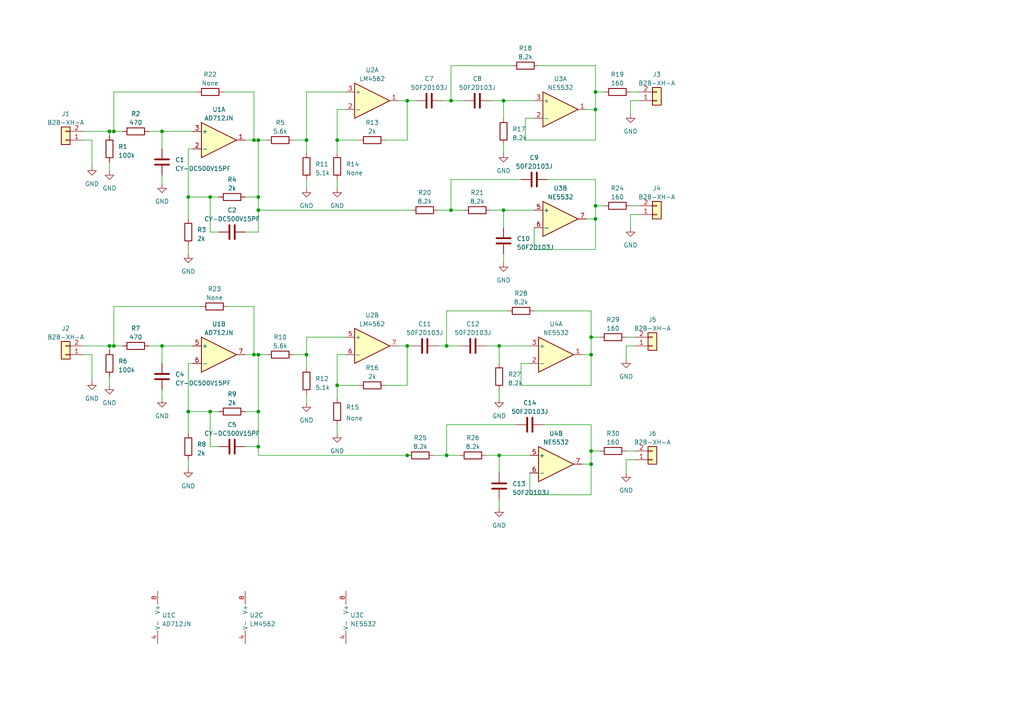
<source format=kicad_sch>
(kicad_sch (version 20230121) (generator eeschema)

  (uuid c0112e81-319d-4e24-8556-1e24fedb0061)

  (paper "A4")

  (lib_symbols
    (symbol "Amplifier_Operational:LM4562" (pin_names (offset 0.127)) (in_bom yes) (on_board yes)
      (property "Reference" "U" (at 0 5.08 0)
        (effects (font (size 1.27 1.27)) (justify left))
      )
      (property "Value" "LM4562" (at 0 -5.08 0)
        (effects (font (size 1.27 1.27)) (justify left))
      )
      (property "Footprint" "" (at 0 0 0)
        (effects (font (size 1.27 1.27)) hide)
      )
      (property "Datasheet" "http://www.ti.com/lit/ds/symlink/lm4562.pdf" (at 0 0 0)
        (effects (font (size 1.27 1.27)) hide)
      )
      (property "ki_locked" "" (at 0 0 0)
        (effects (font (size 1.27 1.27)))
      )
      (property "ki_keywords" "dual opamp" (at 0 0 0)
        (effects (font (size 1.27 1.27)) hide)
      )
      (property "ki_description" "Dual High-Performance, High-Fidelity Audio Operational Amplifier, DIP-8/SOIC-8/TO-99-8" (at 0 0 0)
        (effects (font (size 1.27 1.27)) hide)
      )
      (property "ki_fp_filters" "SOIC*3.9x4.9mm*P1.27mm* DIP*W7.62mm* TO*99* OnSemi*Micro8* TSSOP*3x3mm*P0.65mm* TSSOP*4.4x3mm*P0.65mm* MSOP*3x3mm*P0.65mm* SSOP*3.9x4.9mm*P0.635mm* LFCSP*2x2mm*P0.5mm* *SIP* SOIC*5.3x6.2mm*P1.27mm*" (at 0 0 0)
        (effects (font (size 1.27 1.27)) hide)
      )
      (symbol "LM4562_1_1"
        (polyline
          (pts
            (xy -5.08 5.08)
            (xy 5.08 0)
            (xy -5.08 -5.08)
            (xy -5.08 5.08)
          )
          (stroke (width 0.254) (type default))
          (fill (type background))
        )
        (pin output line (at 7.62 0 180) (length 2.54)
          (name "~" (effects (font (size 1.27 1.27))))
          (number "1" (effects (font (size 1.27 1.27))))
        )
        (pin input line (at -7.62 -2.54 0) (length 2.54)
          (name "-" (effects (font (size 1.27 1.27))))
          (number "2" (effects (font (size 1.27 1.27))))
        )
        (pin input line (at -7.62 2.54 0) (length 2.54)
          (name "+" (effects (font (size 1.27 1.27))))
          (number "3" (effects (font (size 1.27 1.27))))
        )
      )
      (symbol "LM4562_2_1"
        (polyline
          (pts
            (xy -5.08 5.08)
            (xy 5.08 0)
            (xy -5.08 -5.08)
            (xy -5.08 5.08)
          )
          (stroke (width 0.254) (type default))
          (fill (type background))
        )
        (pin input line (at -7.62 2.54 0) (length 2.54)
          (name "+" (effects (font (size 1.27 1.27))))
          (number "5" (effects (font (size 1.27 1.27))))
        )
        (pin input line (at -7.62 -2.54 0) (length 2.54)
          (name "-" (effects (font (size 1.27 1.27))))
          (number "6" (effects (font (size 1.27 1.27))))
        )
        (pin output line (at 7.62 0 180) (length 2.54)
          (name "~" (effects (font (size 1.27 1.27))))
          (number "7" (effects (font (size 1.27 1.27))))
        )
      )
      (symbol "LM4562_3_1"
        (pin power_in line (at -2.54 -7.62 90) (length 3.81)
          (name "V-" (effects (font (size 1.27 1.27))))
          (number "4" (effects (font (size 1.27 1.27))))
        )
        (pin power_in line (at -2.54 7.62 270) (length 3.81)
          (name "V+" (effects (font (size 1.27 1.27))))
          (number "8" (effects (font (size 1.27 1.27))))
        )
      )
    )
    (symbol "Amplifier_Operational:NE5532" (pin_names (offset 0.127)) (in_bom yes) (on_board yes)
      (property "Reference" "U" (at 0 5.08 0)
        (effects (font (size 1.27 1.27)) (justify left))
      )
      (property "Value" "NE5532" (at 0 -5.08 0)
        (effects (font (size 1.27 1.27)) (justify left))
      )
      (property "Footprint" "" (at 0 0 0)
        (effects (font (size 1.27 1.27)) hide)
      )
      (property "Datasheet" "http://www.ti.com/lit/ds/symlink/ne5532.pdf" (at 0 0 0)
        (effects (font (size 1.27 1.27)) hide)
      )
      (property "ki_locked" "" (at 0 0 0)
        (effects (font (size 1.27 1.27)))
      )
      (property "ki_keywords" "dual opamp" (at 0 0 0)
        (effects (font (size 1.27 1.27)) hide)
      )
      (property "ki_description" "Dual Low-Noise Operational Amplifiers, DIP-8/SOIC-8" (at 0 0 0)
        (effects (font (size 1.27 1.27)) hide)
      )
      (property "ki_fp_filters" "SOIC*3.9x4.9mm*P1.27mm* DIP*W7.62mm* TO*99* OnSemi*Micro8* TSSOP*3x3mm*P0.65mm* TSSOP*4.4x3mm*P0.65mm* MSOP*3x3mm*P0.65mm* SSOP*3.9x4.9mm*P0.635mm* LFCSP*2x2mm*P0.5mm* *SIP* SOIC*5.3x6.2mm*P1.27mm*" (at 0 0 0)
        (effects (font (size 1.27 1.27)) hide)
      )
      (symbol "NE5532_1_1"
        (polyline
          (pts
            (xy -5.08 5.08)
            (xy 5.08 0)
            (xy -5.08 -5.08)
            (xy -5.08 5.08)
          )
          (stroke (width 0.254) (type default))
          (fill (type background))
        )
        (pin output line (at 7.62 0 180) (length 2.54)
          (name "~" (effects (font (size 1.27 1.27))))
          (number "1" (effects (font (size 1.27 1.27))))
        )
        (pin input line (at -7.62 -2.54 0) (length 2.54)
          (name "-" (effects (font (size 1.27 1.27))))
          (number "2" (effects (font (size 1.27 1.27))))
        )
        (pin input line (at -7.62 2.54 0) (length 2.54)
          (name "+" (effects (font (size 1.27 1.27))))
          (number "3" (effects (font (size 1.27 1.27))))
        )
      )
      (symbol "NE5532_2_1"
        (polyline
          (pts
            (xy -5.08 5.08)
            (xy 5.08 0)
            (xy -5.08 -5.08)
            (xy -5.08 5.08)
          )
          (stroke (width 0.254) (type default))
          (fill (type background))
        )
        (pin input line (at -7.62 2.54 0) (length 2.54)
          (name "+" (effects (font (size 1.27 1.27))))
          (number "5" (effects (font (size 1.27 1.27))))
        )
        (pin input line (at -7.62 -2.54 0) (length 2.54)
          (name "-" (effects (font (size 1.27 1.27))))
          (number "6" (effects (font (size 1.27 1.27))))
        )
        (pin output line (at 7.62 0 180) (length 2.54)
          (name "~" (effects (font (size 1.27 1.27))))
          (number "7" (effects (font (size 1.27 1.27))))
        )
      )
      (symbol "NE5532_3_1"
        (pin power_in line (at -2.54 -7.62 90) (length 3.81)
          (name "V-" (effects (font (size 1.27 1.27))))
          (number "4" (effects (font (size 1.27 1.27))))
        )
        (pin power_in line (at -2.54 7.62 270) (length 3.81)
          (name "V+" (effects (font (size 1.27 1.27))))
          (number "8" (effects (font (size 1.27 1.27))))
        )
      )
    )
    (symbol "Amplifier_Operational:TL082" (pin_names (offset 0.127)) (in_bom yes) (on_board yes)
      (property "Reference" "U" (at 0 5.08 0)
        (effects (font (size 1.27 1.27)) (justify left))
      )
      (property "Value" "TL082" (at 0 -5.08 0)
        (effects (font (size 1.27 1.27)) (justify left))
      )
      (property "Footprint" "" (at 0 0 0)
        (effects (font (size 1.27 1.27)) hide)
      )
      (property "Datasheet" "http://www.ti.com/lit/ds/symlink/tl081.pdf" (at 0 0 0)
        (effects (font (size 1.27 1.27)) hide)
      )
      (property "ki_locked" "" (at 0 0 0)
        (effects (font (size 1.27 1.27)))
      )
      (property "ki_keywords" "dual opamp" (at 0 0 0)
        (effects (font (size 1.27 1.27)) hide)
      )
      (property "ki_description" "Dual JFET-Input Operational Amplifiers, DIP-8/SOIC-8/SSOP-8" (at 0 0 0)
        (effects (font (size 1.27 1.27)) hide)
      )
      (property "ki_fp_filters" "SOIC*3.9x4.9mm*P1.27mm* DIP*W7.62mm* TO*99* OnSemi*Micro8* TSSOP*3x3mm*P0.65mm* TSSOP*4.4x3mm*P0.65mm* MSOP*3x3mm*P0.65mm* SSOP*3.9x4.9mm*P0.635mm* LFCSP*2x2mm*P0.5mm* *SIP* SOIC*5.3x6.2mm*P1.27mm*" (at 0 0 0)
        (effects (font (size 1.27 1.27)) hide)
      )
      (symbol "TL082_1_1"
        (polyline
          (pts
            (xy -5.08 5.08)
            (xy 5.08 0)
            (xy -5.08 -5.08)
            (xy -5.08 5.08)
          )
          (stroke (width 0.254) (type default))
          (fill (type background))
        )
        (pin output line (at 7.62 0 180) (length 2.54)
          (name "~" (effects (font (size 1.27 1.27))))
          (number "1" (effects (font (size 1.27 1.27))))
        )
        (pin input line (at -7.62 -2.54 0) (length 2.54)
          (name "-" (effects (font (size 1.27 1.27))))
          (number "2" (effects (font (size 1.27 1.27))))
        )
        (pin input line (at -7.62 2.54 0) (length 2.54)
          (name "+" (effects (font (size 1.27 1.27))))
          (number "3" (effects (font (size 1.27 1.27))))
        )
      )
      (symbol "TL082_2_1"
        (polyline
          (pts
            (xy -5.08 5.08)
            (xy 5.08 0)
            (xy -5.08 -5.08)
            (xy -5.08 5.08)
          )
          (stroke (width 0.254) (type default))
          (fill (type background))
        )
        (pin input line (at -7.62 2.54 0) (length 2.54)
          (name "+" (effects (font (size 1.27 1.27))))
          (number "5" (effects (font (size 1.27 1.27))))
        )
        (pin input line (at -7.62 -2.54 0) (length 2.54)
          (name "-" (effects (font (size 1.27 1.27))))
          (number "6" (effects (font (size 1.27 1.27))))
        )
        (pin output line (at 7.62 0 180) (length 2.54)
          (name "~" (effects (font (size 1.27 1.27))))
          (number "7" (effects (font (size 1.27 1.27))))
        )
      )
      (symbol "TL082_3_1"
        (pin power_in line (at -2.54 -7.62 90) (length 3.81)
          (name "V-" (effects (font (size 1.27 1.27))))
          (number "4" (effects (font (size 1.27 1.27))))
        )
        (pin power_in line (at -2.54 7.62 270) (length 3.81)
          (name "V+" (effects (font (size 1.27 1.27))))
          (number "8" (effects (font (size 1.27 1.27))))
        )
      )
    )
    (symbol "Connector_Generic:Conn_01x02" (pin_names (offset 1.016) hide) (in_bom yes) (on_board yes)
      (property "Reference" "J" (at 0 2.54 0)
        (effects (font (size 1.27 1.27)))
      )
      (property "Value" "Conn_01x02" (at 0 -5.08 0)
        (effects (font (size 1.27 1.27)))
      )
      (property "Footprint" "" (at 0 0 0)
        (effects (font (size 1.27 1.27)) hide)
      )
      (property "Datasheet" "~" (at 0 0 0)
        (effects (font (size 1.27 1.27)) hide)
      )
      (property "ki_keywords" "connector" (at 0 0 0)
        (effects (font (size 1.27 1.27)) hide)
      )
      (property "ki_description" "Generic connector, single row, 01x02, script generated (kicad-library-utils/schlib/autogen/connector/)" (at 0 0 0)
        (effects (font (size 1.27 1.27)) hide)
      )
      (property "ki_fp_filters" "Connector*:*_1x??_*" (at 0 0 0)
        (effects (font (size 1.27 1.27)) hide)
      )
      (symbol "Conn_01x02_1_1"
        (rectangle (start -1.27 -2.413) (end 0 -2.667)
          (stroke (width 0.1524) (type default))
          (fill (type none))
        )
        (rectangle (start -1.27 0.127) (end 0 -0.127)
          (stroke (width 0.1524) (type default))
          (fill (type none))
        )
        (rectangle (start -1.27 1.27) (end 1.27 -3.81)
          (stroke (width 0.254) (type default))
          (fill (type background))
        )
        (pin passive line (at -5.08 0 0) (length 3.81)
          (name "Pin_1" (effects (font (size 1.27 1.27))))
          (number "1" (effects (font (size 1.27 1.27))))
        )
        (pin passive line (at -5.08 -2.54 0) (length 3.81)
          (name "Pin_2" (effects (font (size 1.27 1.27))))
          (number "2" (effects (font (size 1.27 1.27))))
        )
      )
    )
    (symbol "Device:C" (pin_numbers hide) (pin_names (offset 0.254)) (in_bom yes) (on_board yes)
      (property "Reference" "C" (at 0.635 2.54 0)
        (effects (font (size 1.27 1.27)) (justify left))
      )
      (property "Value" "C" (at 0.635 -2.54 0)
        (effects (font (size 1.27 1.27)) (justify left))
      )
      (property "Footprint" "" (at 0.9652 -3.81 0)
        (effects (font (size 1.27 1.27)) hide)
      )
      (property "Datasheet" "~" (at 0 0 0)
        (effects (font (size 1.27 1.27)) hide)
      )
      (property "ki_keywords" "cap capacitor" (at 0 0 0)
        (effects (font (size 1.27 1.27)) hide)
      )
      (property "ki_description" "Unpolarized capacitor" (at 0 0 0)
        (effects (font (size 1.27 1.27)) hide)
      )
      (property "ki_fp_filters" "C_*" (at 0 0 0)
        (effects (font (size 1.27 1.27)) hide)
      )
      (symbol "C_0_1"
        (polyline
          (pts
            (xy -2.032 -0.762)
            (xy 2.032 -0.762)
          )
          (stroke (width 0.508) (type default))
          (fill (type none))
        )
        (polyline
          (pts
            (xy -2.032 0.762)
            (xy 2.032 0.762)
          )
          (stroke (width 0.508) (type default))
          (fill (type none))
        )
      )
      (symbol "C_1_1"
        (pin passive line (at 0 3.81 270) (length 2.794)
          (name "~" (effects (font (size 1.27 1.27))))
          (number "1" (effects (font (size 1.27 1.27))))
        )
        (pin passive line (at 0 -3.81 90) (length 2.794)
          (name "~" (effects (font (size 1.27 1.27))))
          (number "2" (effects (font (size 1.27 1.27))))
        )
      )
    )
    (symbol "Device:R" (pin_numbers hide) (pin_names (offset 0)) (in_bom yes) (on_board yes)
      (property "Reference" "R" (at 2.032 0 90)
        (effects (font (size 1.27 1.27)))
      )
      (property "Value" "R" (at 0 0 90)
        (effects (font (size 1.27 1.27)))
      )
      (property "Footprint" "" (at -1.778 0 90)
        (effects (font (size 1.27 1.27)) hide)
      )
      (property "Datasheet" "~" (at 0 0 0)
        (effects (font (size 1.27 1.27)) hide)
      )
      (property "ki_keywords" "R res resistor" (at 0 0 0)
        (effects (font (size 1.27 1.27)) hide)
      )
      (property "ki_description" "Resistor" (at 0 0 0)
        (effects (font (size 1.27 1.27)) hide)
      )
      (property "ki_fp_filters" "R_*" (at 0 0 0)
        (effects (font (size 1.27 1.27)) hide)
      )
      (symbol "R_0_1"
        (rectangle (start -1.016 -2.54) (end 1.016 2.54)
          (stroke (width 0.254) (type default))
          (fill (type none))
        )
      )
      (symbol "R_1_1"
        (pin passive line (at 0 3.81 270) (length 1.27)
          (name "~" (effects (font (size 1.27 1.27))))
          (number "1" (effects (font (size 1.27 1.27))))
        )
        (pin passive line (at 0 -3.81 90) (length 1.27)
          (name "~" (effects (font (size 1.27 1.27))))
          (number "2" (effects (font (size 1.27 1.27))))
        )
      )
    )
    (symbol "power:GND" (power) (pin_names (offset 0)) (in_bom yes) (on_board yes)
      (property "Reference" "#PWR" (at 0 -6.35 0)
        (effects (font (size 1.27 1.27)) hide)
      )
      (property "Value" "GND" (at 0 -3.81 0)
        (effects (font (size 1.27 1.27)))
      )
      (property "Footprint" "" (at 0 0 0)
        (effects (font (size 1.27 1.27)) hide)
      )
      (property "Datasheet" "" (at 0 0 0)
        (effects (font (size 1.27 1.27)) hide)
      )
      (property "ki_keywords" "global power" (at 0 0 0)
        (effects (font (size 1.27 1.27)) hide)
      )
      (property "ki_description" "Power symbol creates a global label with name \"GND\" , ground" (at 0 0 0)
        (effects (font (size 1.27 1.27)) hide)
      )
      (symbol "GND_0_1"
        (polyline
          (pts
            (xy 0 0)
            (xy 0 -1.27)
            (xy 1.27 -1.27)
            (xy 0 -2.54)
            (xy -1.27 -1.27)
            (xy 0 -1.27)
          )
          (stroke (width 0) (type default))
          (fill (type none))
        )
      )
      (symbol "GND_1_1"
        (pin power_in line (at 0 0 270) (length 0) hide
          (name "GND" (effects (font (size 1.27 1.27))))
          (number "1" (effects (font (size 1.27 1.27))))
        )
      )
    )
  )

  (junction (at 31.75 38.1) (diameter 0) (color 0 0 0 0)
    (uuid 0509afcf-ac6f-4158-abcc-69a5c1e640b2)
  )
  (junction (at 88.9 102.87) (diameter 0) (color 0 0 0 0)
    (uuid 07fef21e-cf9f-4607-993a-57afd202c7bb)
  )
  (junction (at 171.45 130.81) (diameter 0) (color 0 0 0 0)
    (uuid 0a72ceaa-f016-4788-8791-81ac6f76db16)
  )
  (junction (at 146.05 29.21) (diameter 0) (color 0 0 0 0)
    (uuid 172e1854-7ce5-4c79-91d3-d763559fa11c)
  )
  (junction (at 60.96 57.15) (diameter 0) (color 0 0 0 0)
    (uuid 19ca284b-a917-4214-abdd-d6434bd055f3)
  )
  (junction (at 46.99 38.1) (diameter 0) (color 0 0 0 0)
    (uuid 22df20e1-2b3f-421f-9feb-11b83c46bf95)
  )
  (junction (at 118.11 29.21) (diameter 0) (color 0 0 0 0)
    (uuid 2443f6d4-6884-4668-9098-41d135682e83)
  )
  (junction (at 130.81 60.96) (diameter 0) (color 0 0 0 0)
    (uuid 24b29f29-6fe3-4ccd-bd51-c3dfd1925b7b)
  )
  (junction (at 60.96 119.38) (diameter 0) (color 0 0 0 0)
    (uuid 25dd5d7a-7c29-49d4-bcda-ecf13506a4f6)
  )
  (junction (at 97.79 40.64) (diameter 0) (color 0 0 0 0)
    (uuid 2605b996-2d53-458b-b427-f3be665e5ce6)
  )
  (junction (at 129.54 132.08) (diameter 0) (color 0 0 0 0)
    (uuid 2c168288-ab28-43a0-a065-833958a3dac3)
  )
  (junction (at 118.11 100.33) (diameter 0) (color 0 0 0 0)
    (uuid 2fe11043-08f0-4223-8143-8e59403d03b4)
  )
  (junction (at 74.93 129.54) (diameter 0) (color 0 0 0 0)
    (uuid 3ee63dcd-beb5-4cf9-b5d7-d2447508e0d7)
  )
  (junction (at 33.02 100.33) (diameter 0) (color 0 0 0 0)
    (uuid 4e4e8c58-cafb-46a5-93fd-178f120e645c)
  )
  (junction (at 171.45 134.62) (diameter 0) (color 0 0 0 0)
    (uuid 4f219420-1d31-4c28-b153-398d61b118d3)
  )
  (junction (at 74.93 102.87) (diameter 0) (color 0 0 0 0)
    (uuid 584dac38-94bb-4167-a49e-b05a45a68cb1)
  )
  (junction (at 129.54 100.33) (diameter 0) (color 0 0 0 0)
    (uuid 5d963479-c5c7-4637-b222-fce38d870022)
  )
  (junction (at 33.02 38.1) (diameter 0) (color 0 0 0 0)
    (uuid 5fe9643e-b06d-46e5-bbd7-854a4ea0d621)
  )
  (junction (at 118.11 132.08) (diameter 0) (color 0 0 0 0)
    (uuid 6237f625-be4a-457d-9f6e-2d60a3046b91)
  )
  (junction (at 172.72 26.67) (diameter 0) (color 0 0 0 0)
    (uuid 6a411a41-699b-4117-b85b-be0fa5b8f8ff)
  )
  (junction (at 172.72 63.5) (diameter 0) (color 0 0 0 0)
    (uuid 7686ac83-0f39-444e-a649-343be508da0a)
  )
  (junction (at 171.45 97.79) (diameter 0) (color 0 0 0 0)
    (uuid 7a5d5cef-37bb-431f-b315-dc686158c73f)
  )
  (junction (at 46.99 100.33) (diameter 0) (color 0 0 0 0)
    (uuid 7b28741b-b5ba-4ec1-9718-88befda73e0f)
  )
  (junction (at 54.61 119.38) (diameter 0) (color 0 0 0 0)
    (uuid 853a2174-b757-4fda-bb4e-b5da999de2b0)
  )
  (junction (at 74.93 60.96) (diameter 0) (color 0 0 0 0)
    (uuid 8b8983e0-8659-4356-96da-2046f1451da5)
  )
  (junction (at 172.72 31.75) (diameter 0) (color 0 0 0 0)
    (uuid a3cc7caf-8073-4ff1-ac17-71d52d3d33dc)
  )
  (junction (at 74.93 119.38) (diameter 0) (color 0 0 0 0)
    (uuid a3eb07dc-f37a-45ac-9819-f3695be8b715)
  )
  (junction (at 144.78 132.08) (diameter 0) (color 0 0 0 0)
    (uuid a425e318-436c-4858-a182-39bbd5b94e9b)
  )
  (junction (at 54.61 57.15) (diameter 0) (color 0 0 0 0)
    (uuid b478885e-f0c1-42e4-bd89-676931a7864b)
  )
  (junction (at 97.79 111.76) (diameter 0) (color 0 0 0 0)
    (uuid b67734db-da78-429e-a910-58d39b9d89a3)
  )
  (junction (at 73.66 40.64) (diameter 0) (color 0 0 0 0)
    (uuid c3651d19-42b9-4351-a26d-5d60dc96c666)
  )
  (junction (at 73.66 102.87) (diameter 0) (color 0 0 0 0)
    (uuid c4889d13-dac4-4e07-8943-c908de29040a)
  )
  (junction (at 172.72 59.69) (diameter 0) (color 0 0 0 0)
    (uuid cf0454fb-0a8e-4d17-bed1-27104c6acf7f)
  )
  (junction (at 74.93 40.64) (diameter 0) (color 0 0 0 0)
    (uuid d288f67e-a7f8-4bb8-9fac-d1e7efcb8f9e)
  )
  (junction (at 88.9 40.64) (diameter 0) (color 0 0 0 0)
    (uuid db42bf1d-421e-4227-9340-c78fc073451a)
  )
  (junction (at 74.93 57.15) (diameter 0) (color 0 0 0 0)
    (uuid dba38415-74c9-45a2-a3da-9ab9d191d378)
  )
  (junction (at 144.78 100.33) (diameter 0) (color 0 0 0 0)
    (uuid e2039988-48c2-4823-a4f3-3b14ebf1ec55)
  )
  (junction (at 31.75 100.33) (diameter 0) (color 0 0 0 0)
    (uuid e87ff5b4-e0fe-44c2-b7c2-4512f17283e7)
  )
  (junction (at 171.45 102.87) (diameter 0) (color 0 0 0 0)
    (uuid ed5a435a-550b-4e29-a466-0d4099c0da46)
  )
  (junction (at 146.05 60.96) (diameter 0) (color 0 0 0 0)
    (uuid ee2cd345-6049-43c5-bf82-719a689fb861)
  )
  (junction (at 130.81 29.21) (diameter 0) (color 0 0 0 0)
    (uuid fbebef53-14b1-4941-bfc2-24837ed0b192)
  )

  (wire (pts (xy 71.12 67.31) (xy 74.93 67.31))
    (stroke (width 0) (type default))
    (uuid 0110e700-1947-40a9-96fb-4869b4869cde)
  )
  (wire (pts (xy 73.66 88.9) (xy 66.04 88.9))
    (stroke (width 0) (type default))
    (uuid 014e992d-3d49-4142-a5a7-0ab6eadbab06)
  )
  (wire (pts (xy 127 60.96) (xy 130.81 60.96))
    (stroke (width 0) (type default))
    (uuid 01572b50-fe18-4a6c-af1a-74a97836db50)
  )
  (wire (pts (xy 152.4 40.64) (xy 172.72 40.64))
    (stroke (width 0) (type default))
    (uuid 03c366e8-452f-4eec-b314-7f9b2b64a60c)
  )
  (wire (pts (xy 88.9 97.79) (xy 88.9 102.87))
    (stroke (width 0) (type default))
    (uuid 047ead20-dbb3-4c15-8efc-81980769c0f7)
  )
  (wire (pts (xy 171.45 134.62) (xy 168.91 134.62))
    (stroke (width 0) (type default))
    (uuid 06a7b285-2677-4e0d-bd60-25a3a15d606d)
  )
  (wire (pts (xy 71.12 129.54) (xy 74.93 129.54))
    (stroke (width 0) (type default))
    (uuid 06b00ab2-2b6a-4922-b1ac-0ec8671300e9)
  )
  (wire (pts (xy 153.67 143.51) (xy 171.45 143.51))
    (stroke (width 0) (type default))
    (uuid 06c4b01e-9bac-4fab-8900-2d6f824c5689)
  )
  (wire (pts (xy 31.75 109.22) (xy 31.75 111.76))
    (stroke (width 0) (type default))
    (uuid 07be092c-8b03-481e-991e-1605407ff7eb)
  )
  (wire (pts (xy 130.81 52.07) (xy 130.81 60.96))
    (stroke (width 0) (type default))
    (uuid 07e95d78-1fb8-402a-aa58-2e11e152a6a1)
  )
  (wire (pts (xy 182.88 26.67) (xy 185.42 26.67))
    (stroke (width 0) (type default))
    (uuid 07ebf2dc-a3f0-4faa-b783-ba0bcbc419a7)
  )
  (wire (pts (xy 144.78 113.03) (xy 144.78 115.57))
    (stroke (width 0) (type default))
    (uuid 086de30d-d4c1-46bd-8bd6-5badd610c2c9)
  )
  (wire (pts (xy 33.02 26.67) (xy 33.02 38.1))
    (stroke (width 0) (type default))
    (uuid 09659cea-b2ce-453a-adfa-d834298264ca)
  )
  (wire (pts (xy 182.88 29.21) (xy 182.88 33.02))
    (stroke (width 0) (type default))
    (uuid 09d202f9-7816-45ba-a9a8-d590ddfb6c5a)
  )
  (wire (pts (xy 97.79 40.64) (xy 97.79 44.45))
    (stroke (width 0) (type default))
    (uuid 0a087643-10a8-456c-bb01-d61279aa7c21)
  )
  (wire (pts (xy 152.4 34.29) (xy 152.4 40.64))
    (stroke (width 0) (type default))
    (uuid 0a09dddf-85ff-43f2-95d7-5ef43e3ae516)
  )
  (wire (pts (xy 172.72 26.67) (xy 172.72 31.75))
    (stroke (width 0) (type default))
    (uuid 0a7d5eed-4434-4a40-9ed8-d25f696c578c)
  )
  (wire (pts (xy 154.94 34.29) (xy 152.4 34.29))
    (stroke (width 0) (type default))
    (uuid 0b364040-a3af-4c18-9386-78455edc0163)
  )
  (wire (pts (xy 46.99 100.33) (xy 46.99 105.41))
    (stroke (width 0) (type default))
    (uuid 0c873722-141b-40e0-98e5-ee65bf6cf2e7)
  )
  (wire (pts (xy 100.33 31.75) (xy 97.79 31.75))
    (stroke (width 0) (type default))
    (uuid 0deafab8-7e42-4b6b-af70-f9cbe65348e9)
  )
  (wire (pts (xy 73.66 26.67) (xy 64.77 26.67))
    (stroke (width 0) (type default))
    (uuid 0ff34d5f-4c21-46b4-adb9-dbc6dfbebf85)
  )
  (wire (pts (xy 182.88 62.23) (xy 185.42 62.23))
    (stroke (width 0) (type default))
    (uuid 1160ffe7-b3fe-4127-b71d-3c4ae164d495)
  )
  (wire (pts (xy 172.72 52.07) (xy 172.72 59.69))
    (stroke (width 0) (type default))
    (uuid 14b2fb55-e6d6-4bbe-9fff-dbd6d40c8847)
  )
  (wire (pts (xy 158.75 52.07) (xy 172.72 52.07))
    (stroke (width 0) (type default))
    (uuid 174ef56f-10b5-4bbc-9ac6-0dbdd630a80e)
  )
  (wire (pts (xy 33.02 100.33) (xy 31.75 100.33))
    (stroke (width 0) (type default))
    (uuid 17e42725-15dc-4daf-bf6a-9ab4b236575d)
  )
  (wire (pts (xy 88.9 26.67) (xy 88.9 40.64))
    (stroke (width 0) (type default))
    (uuid 18d1257b-0b52-47a2-815f-1c61074136ab)
  )
  (wire (pts (xy 172.72 59.69) (xy 172.72 63.5))
    (stroke (width 0) (type default))
    (uuid 1adc0e52-1c7b-4c85-a13f-0378e981b59e)
  )
  (wire (pts (xy 184.15 133.35) (xy 181.61 133.35))
    (stroke (width 0) (type default))
    (uuid 1ccae1c6-b147-4507-9e98-2c69fc70b072)
  )
  (wire (pts (xy 88.9 40.64) (xy 85.09 40.64))
    (stroke (width 0) (type default))
    (uuid 1db3c82a-1a4a-4676-98da-c5c64c411d18)
  )
  (wire (pts (xy 140.97 132.08) (xy 144.78 132.08))
    (stroke (width 0) (type default))
    (uuid 1e19d7e7-9893-474f-94b8-b6b5a028df09)
  )
  (wire (pts (xy 54.61 71.12) (xy 54.61 73.66))
    (stroke (width 0) (type default))
    (uuid 1e7ad5b2-f71a-48c9-830f-e690b47a1a10)
  )
  (wire (pts (xy 182.88 59.69) (xy 185.42 59.69))
    (stroke (width 0) (type default))
    (uuid 1f948ece-6be0-466a-9a8c-321c1019ac31)
  )
  (wire (pts (xy 63.5 129.54) (xy 60.96 129.54))
    (stroke (width 0) (type default))
    (uuid 23310e01-4fc9-482f-a850-b55eacb2d19b)
  )
  (wire (pts (xy 97.79 31.75) (xy 97.79 40.64))
    (stroke (width 0) (type default))
    (uuid 246dd3d7-a419-4eb4-9e8b-3f3cc7f6377e)
  )
  (wire (pts (xy 171.45 111.76) (xy 171.45 102.87))
    (stroke (width 0) (type default))
    (uuid 258604ea-3ae2-4d60-be41-7e4c589b5318)
  )
  (wire (pts (xy 118.11 111.76) (xy 111.76 111.76))
    (stroke (width 0) (type default))
    (uuid 264c398f-d1c1-4550-9660-d5cdd4eb16af)
  )
  (wire (pts (xy 46.99 38.1) (xy 55.88 38.1))
    (stroke (width 0) (type default))
    (uuid 2700bc8d-c4fb-43bf-848e-87d6c33b48bd)
  )
  (wire (pts (xy 146.05 60.96) (xy 146.05 66.04))
    (stroke (width 0) (type default))
    (uuid 281c6650-81f9-460b-a51a-c7cdc8d9ea9f)
  )
  (wire (pts (xy 74.93 119.38) (xy 74.93 102.87))
    (stroke (width 0) (type default))
    (uuid 2e74666f-1429-4f33-bf49-6cb13943d555)
  )
  (wire (pts (xy 55.88 105.41) (xy 54.61 105.41))
    (stroke (width 0) (type default))
    (uuid 2efa0465-43ca-4395-90c1-b26f090b061f)
  )
  (wire (pts (xy 24.13 38.1) (xy 31.75 38.1))
    (stroke (width 0) (type default))
    (uuid 2f4f7521-4d3a-46ce-8fc1-c514fefc6b12)
  )
  (wire (pts (xy 151.13 111.76) (xy 171.45 111.76))
    (stroke (width 0) (type default))
    (uuid 2f55797a-88fd-42b3-b0cf-45539d874005)
  )
  (wire (pts (xy 104.14 111.76) (xy 97.79 111.76))
    (stroke (width 0) (type default))
    (uuid 301a3f1c-d36f-4cb8-980a-f06c150e4caf)
  )
  (wire (pts (xy 127 100.33) (xy 129.54 100.33))
    (stroke (width 0) (type default))
    (uuid 32de3de1-fa89-4a07-937a-3355b2787901)
  )
  (wire (pts (xy 55.88 43.18) (xy 54.61 43.18))
    (stroke (width 0) (type default))
    (uuid 35f5849c-d9de-4a84-96b1-d771679b1d4d)
  )
  (wire (pts (xy 172.72 19.05) (xy 172.72 26.67))
    (stroke (width 0) (type default))
    (uuid 370449f5-20ff-43be-a19c-b6edd03536fa)
  )
  (wire (pts (xy 88.9 102.87) (xy 88.9 106.68))
    (stroke (width 0) (type default))
    (uuid 39271b3a-9963-478b-a0d0-055549ed73e5)
  )
  (wire (pts (xy 153.67 105.41) (xy 151.13 105.41))
    (stroke (width 0) (type default))
    (uuid 3a5b574b-f67d-48bc-bbaa-dd4330e552ef)
  )
  (wire (pts (xy 171.45 143.51) (xy 171.45 134.62))
    (stroke (width 0) (type default))
    (uuid 3c8f872a-4615-4def-8713-f823b568a348)
  )
  (wire (pts (xy 31.75 46.99) (xy 31.75 49.53))
    (stroke (width 0) (type default))
    (uuid 3f35bb7f-3bc6-41f3-b884-574fcb8dcfd1)
  )
  (wire (pts (xy 57.15 26.67) (xy 33.02 26.67))
    (stroke (width 0) (type default))
    (uuid 3f734406-a450-42c4-a280-d1f8d74de620)
  )
  (wire (pts (xy 142.24 60.96) (xy 146.05 60.96))
    (stroke (width 0) (type default))
    (uuid 40879aab-58b2-41b4-add4-a808eefba507)
  )
  (wire (pts (xy 129.54 132.08) (xy 133.35 132.08))
    (stroke (width 0) (type default))
    (uuid 41acddf2-e4db-4a90-b0b2-2e79684848dc)
  )
  (wire (pts (xy 60.96 129.54) (xy 60.96 119.38))
    (stroke (width 0) (type default))
    (uuid 41b1bd32-0346-4b57-b30c-88d8acb7273f)
  )
  (wire (pts (xy 153.67 137.16) (xy 153.67 143.51))
    (stroke (width 0) (type default))
    (uuid 434c53c0-0780-46d1-a8c3-55768392e520)
  )
  (wire (pts (xy 181.61 133.35) (xy 181.61 137.16))
    (stroke (width 0) (type default))
    (uuid 45c1fc4a-83b8-4b41-8d66-99b7f08cb305)
  )
  (wire (pts (xy 144.78 100.33) (xy 144.78 105.41))
    (stroke (width 0) (type default))
    (uuid 4652be63-c74f-493d-b626-2c0fba1db56b)
  )
  (wire (pts (xy 172.72 72.39) (xy 172.72 63.5))
    (stroke (width 0) (type default))
    (uuid 468e5bf3-c17c-453c-af0c-73ad1b25fc71)
  )
  (wire (pts (xy 97.79 123.19) (xy 97.79 125.73))
    (stroke (width 0) (type default))
    (uuid 46d7209b-6bec-44b2-84c8-c255144d3131)
  )
  (wire (pts (xy 74.93 132.08) (xy 74.93 129.54))
    (stroke (width 0) (type default))
    (uuid 470f6dce-ea4c-4f62-8468-a02b85fc98d6)
  )
  (wire (pts (xy 46.99 50.8) (xy 46.99 53.34))
    (stroke (width 0) (type default))
    (uuid 47201fb6-54d0-49de-8ad8-0d2d6a9d1102)
  )
  (wire (pts (xy 97.79 52.07) (xy 97.79 54.61))
    (stroke (width 0) (type default))
    (uuid 47c602c6-713a-4605-a290-260522fb53b7)
  )
  (wire (pts (xy 118.11 100.33) (xy 118.11 111.76))
    (stroke (width 0) (type default))
    (uuid 49d82e1d-ae9f-44cf-bc8e-491d7af04d69)
  )
  (wire (pts (xy 24.13 102.87) (xy 26.67 102.87))
    (stroke (width 0) (type default))
    (uuid 4a6ae0ea-7301-4b5d-bba9-7b026196e386)
  )
  (wire (pts (xy 144.78 132.08) (xy 144.78 137.16))
    (stroke (width 0) (type default))
    (uuid 4d1827e4-d4cc-4e95-aa87-0d9c096c0b55)
  )
  (wire (pts (xy 26.67 40.64) (xy 26.67 48.26))
    (stroke (width 0) (type default))
    (uuid 4d6983cb-2019-49f1-b85b-dedb7faf9131)
  )
  (wire (pts (xy 31.75 38.1) (xy 31.75 39.37))
    (stroke (width 0) (type default))
    (uuid 4e51f578-06ed-4f24-a069-4f07ffc62363)
  )
  (wire (pts (xy 130.81 29.21) (xy 134.62 29.21))
    (stroke (width 0) (type default))
    (uuid 4ee654fb-aeb4-4cea-a52c-c7e0a3b4a98a)
  )
  (wire (pts (xy 63.5 119.38) (xy 60.96 119.38))
    (stroke (width 0) (type default))
    (uuid 50a22d3a-85b9-44c6-be8e-8cca4bdef1e3)
  )
  (wire (pts (xy 151.13 105.41) (xy 151.13 111.76))
    (stroke (width 0) (type default))
    (uuid 51c58ea3-83a5-4b40-97f8-f1d72b618174)
  )
  (wire (pts (xy 182.88 66.04) (xy 182.88 62.23))
    (stroke (width 0) (type default))
    (uuid 5213bb84-a85e-4730-8d4a-ff226813b27d)
  )
  (wire (pts (xy 97.79 40.64) (xy 104.14 40.64))
    (stroke (width 0) (type default))
    (uuid 5505fda9-e5d6-49e6-bec5-9182c99f6ab5)
  )
  (wire (pts (xy 35.56 38.1) (xy 33.02 38.1))
    (stroke (width 0) (type default))
    (uuid 58dd74be-1727-4c62-8964-e39c2049d611)
  )
  (wire (pts (xy 46.99 100.33) (xy 55.88 100.33))
    (stroke (width 0) (type default))
    (uuid 5c26ab6f-fda6-4d46-91ff-05e01b7bd3b3)
  )
  (wire (pts (xy 63.5 57.15) (xy 60.96 57.15))
    (stroke (width 0) (type default))
    (uuid 5d717031-2fbb-4249-b829-bdb7d23e6ff5)
  )
  (wire (pts (xy 54.61 119.38) (xy 54.61 125.73))
    (stroke (width 0) (type default))
    (uuid 5da59336-6c2d-461a-9abb-52b073ecdc87)
  )
  (wire (pts (xy 74.93 57.15) (xy 74.93 60.96))
    (stroke (width 0) (type default))
    (uuid 5e5f91d2-0cd8-4685-a4e6-3cda66e093a1)
  )
  (wire (pts (xy 148.59 19.05) (xy 130.81 19.05))
    (stroke (width 0) (type default))
    (uuid 5e930d9d-c24a-44b3-8797-2b0dc8d08a46)
  )
  (wire (pts (xy 171.45 102.87) (xy 168.91 102.87))
    (stroke (width 0) (type default))
    (uuid 607d39c9-3367-4b52-a4ad-bc6e15f0c6aa)
  )
  (wire (pts (xy 184.15 100.33) (xy 181.61 100.33))
    (stroke (width 0) (type default))
    (uuid 617e660b-274f-4ae4-9a13-a54b249c58ae)
  )
  (wire (pts (xy 129.54 100.33) (xy 133.35 100.33))
    (stroke (width 0) (type default))
    (uuid 6256e93f-ef96-4603-8eb1-b94d07267b46)
  )
  (wire (pts (xy 60.96 57.15) (xy 54.61 57.15))
    (stroke (width 0) (type default))
    (uuid 63b69d04-6abc-4a3a-bdef-031e94050f50)
  )
  (wire (pts (xy 73.66 102.87) (xy 71.12 102.87))
    (stroke (width 0) (type default))
    (uuid 655e996f-00f3-4912-b1c1-f20b38e06f32)
  )
  (wire (pts (xy 71.12 119.38) (xy 74.93 119.38))
    (stroke (width 0) (type default))
    (uuid 686ade20-e837-4def-ae2f-8faa97dbf275)
  )
  (wire (pts (xy 54.61 105.41) (xy 54.61 119.38))
    (stroke (width 0) (type default))
    (uuid 6d16e769-71b9-4290-9fe9-91084d96b519)
  )
  (wire (pts (xy 73.66 40.64) (xy 73.66 26.67))
    (stroke (width 0) (type default))
    (uuid 6e414bd7-b735-4b18-b1ac-7e1d429fe2c1)
  )
  (wire (pts (xy 111.76 40.64) (xy 118.11 40.64))
    (stroke (width 0) (type default))
    (uuid 6fe1276d-c93c-45ab-8a4d-c1cf1be26741)
  )
  (wire (pts (xy 74.93 102.87) (xy 73.66 102.87))
    (stroke (width 0) (type default))
    (uuid 7067332d-544c-43d3-b355-a57d5b36c32e)
  )
  (wire (pts (xy 74.93 40.64) (xy 77.47 40.64))
    (stroke (width 0) (type default))
    (uuid 7080ee18-49bf-4437-a5b7-748ad9be9bee)
  )
  (wire (pts (xy 118.11 40.64) (xy 118.11 29.21))
    (stroke (width 0) (type default))
    (uuid 71e2741d-ed51-4228-bcb5-ffa8c8e302c1)
  )
  (wire (pts (xy 146.05 73.66) (xy 146.05 76.2))
    (stroke (width 0) (type default))
    (uuid 7299238f-17f8-41f4-a915-4ffc9171ba84)
  )
  (wire (pts (xy 31.75 100.33) (xy 31.75 101.6))
    (stroke (width 0) (type default))
    (uuid 729f763e-39f6-461f-9ed4-371ceefe7902)
  )
  (wire (pts (xy 130.81 19.05) (xy 130.81 29.21))
    (stroke (width 0) (type default))
    (uuid 76554ce1-d044-40ed-a3f4-3f1ed8ca7299)
  )
  (wire (pts (xy 171.45 123.19) (xy 171.45 130.81))
    (stroke (width 0) (type default))
    (uuid 76f5b328-e49b-45d2-94ae-22deb67a2faa)
  )
  (wire (pts (xy 88.9 52.07) (xy 88.9 54.61))
    (stroke (width 0) (type default))
    (uuid 795d4d59-c085-4c9e-889d-86ceddd70384)
  )
  (wire (pts (xy 172.72 31.75) (xy 170.18 31.75))
    (stroke (width 0) (type default))
    (uuid 7a2a8f1a-0bcb-4df3-a449-5f3c120d39e1)
  )
  (wire (pts (xy 46.99 38.1) (xy 46.99 43.18))
    (stroke (width 0) (type default))
    (uuid 7a9d94c7-0574-43be-a198-1bfeccefa2e7)
  )
  (wire (pts (xy 154.94 90.17) (xy 171.45 90.17))
    (stroke (width 0) (type default))
    (uuid 81619598-a319-40f3-8224-e2b80e089352)
  )
  (wire (pts (xy 129.54 123.19) (xy 129.54 132.08))
    (stroke (width 0) (type default))
    (uuid 81e67c8c-0d71-42ce-9210-fd47689291d8)
  )
  (wire (pts (xy 128.27 29.21) (xy 130.81 29.21))
    (stroke (width 0) (type default))
    (uuid 81fd96c6-f8d8-4f0c-b89d-190b68d8425e)
  )
  (wire (pts (xy 144.78 144.78) (xy 144.78 147.32))
    (stroke (width 0) (type default))
    (uuid 82df58e5-840b-4c7f-82ba-775a05e8c48a)
  )
  (wire (pts (xy 171.45 97.79) (xy 171.45 102.87))
    (stroke (width 0) (type default))
    (uuid 82f38983-3587-47cd-b399-9346fe8feed9)
  )
  (wire (pts (xy 181.61 130.81) (xy 184.15 130.81))
    (stroke (width 0) (type default))
    (uuid 836bbc61-de17-49a8-a7e0-af55a2bc27bc)
  )
  (wire (pts (xy 74.93 57.15) (xy 74.93 40.64))
    (stroke (width 0) (type default))
    (uuid 864e1b1b-d8ec-497d-9b0f-1173fac8bdf8)
  )
  (wire (pts (xy 154.94 72.39) (xy 172.72 72.39))
    (stroke (width 0) (type default))
    (uuid 8653b3c3-8eb7-43c9-8020-7f3df846f1bf)
  )
  (wire (pts (xy 97.79 102.87) (xy 100.33 102.87))
    (stroke (width 0) (type default))
    (uuid 8b7c2e55-f53c-4fb1-ba17-40868d59cb3e)
  )
  (wire (pts (xy 144.78 132.08) (xy 153.67 132.08))
    (stroke (width 0) (type default))
    (uuid 8b897a8f-e9dd-4ac7-a572-37808e4ca4bc)
  )
  (wire (pts (xy 58.42 88.9) (xy 33.02 88.9))
    (stroke (width 0) (type default))
    (uuid 8b94cf45-60e0-49e8-ba5f-f3ec767ef79b)
  )
  (wire (pts (xy 171.45 90.17) (xy 171.45 97.79))
    (stroke (width 0) (type default))
    (uuid 8c6e00d5-7b83-4748-a892-7b7aab70a45d)
  )
  (wire (pts (xy 73.66 40.64) (xy 71.12 40.64))
    (stroke (width 0) (type default))
    (uuid 8e7efb85-c503-406d-8ec6-f4230d49beb2)
  )
  (wire (pts (xy 171.45 130.81) (xy 173.99 130.81))
    (stroke (width 0) (type default))
    (uuid 8f0b6fe8-a284-409a-aa1b-9b535a612fa7)
  )
  (wire (pts (xy 26.67 102.87) (xy 26.67 110.49))
    (stroke (width 0) (type default))
    (uuid 8f5cbab6-e157-4dda-acae-43144bfe3207)
  )
  (wire (pts (xy 74.93 60.96) (xy 74.93 67.31))
    (stroke (width 0) (type default))
    (uuid 91f9f92b-8255-49ce-9431-04cd16192536)
  )
  (wire (pts (xy 154.94 66.04) (xy 154.94 72.39))
    (stroke (width 0) (type default))
    (uuid 940e4ee2-caaa-4c25-8797-5f9363313380)
  )
  (wire (pts (xy 97.79 111.76) (xy 97.79 102.87))
    (stroke (width 0) (type default))
    (uuid 9435bca6-f352-491f-a496-64ea7a0bc7be)
  )
  (wire (pts (xy 33.02 38.1) (xy 31.75 38.1))
    (stroke (width 0) (type default))
    (uuid 95652caa-39f8-47d7-93bc-d3384601dd12)
  )
  (wire (pts (xy 71.12 57.15) (xy 74.93 57.15))
    (stroke (width 0) (type default))
    (uuid 95f889bb-c203-462c-a39a-34215fc5524b)
  )
  (wire (pts (xy 74.93 102.87) (xy 77.47 102.87))
    (stroke (width 0) (type default))
    (uuid 9789f568-3243-4029-a405-4fcc186157ea)
  )
  (wire (pts (xy 88.9 40.64) (xy 88.9 44.45))
    (stroke (width 0) (type default))
    (uuid 99e43564-45e3-4f9a-a536-f78b03db4722)
  )
  (wire (pts (xy 120.65 29.21) (xy 118.11 29.21))
    (stroke (width 0) (type default))
    (uuid 9d0626fe-ffee-4204-b83b-008411ceee6a)
  )
  (wire (pts (xy 24.13 100.33) (xy 31.75 100.33))
    (stroke (width 0) (type default))
    (uuid 9d783798-f523-4db6-bc95-3e7b86594901)
  )
  (wire (pts (xy 46.99 113.03) (xy 46.99 115.57))
    (stroke (width 0) (type default))
    (uuid 9fc12984-62b2-4588-ac0c-3da5fbae9515)
  )
  (wire (pts (xy 172.72 59.69) (xy 175.26 59.69))
    (stroke (width 0) (type default))
    (uuid a0d377a1-3a60-4c06-8c0d-4e5e3f95aaee)
  )
  (wire (pts (xy 54.61 57.15) (xy 54.61 63.5))
    (stroke (width 0) (type default))
    (uuid a4c10281-1ccf-4ab0-856e-def9c06f8f0b)
  )
  (wire (pts (xy 171.45 97.79) (xy 173.99 97.79))
    (stroke (width 0) (type default))
    (uuid a548d1ca-0514-4bdb-b18f-decd597e38b5)
  )
  (wire (pts (xy 172.72 26.67) (xy 175.26 26.67))
    (stroke (width 0) (type default))
    (uuid a5bcc86b-d409-43be-9d9c-351ade6e75d2)
  )
  (wire (pts (xy 115.57 100.33) (xy 118.11 100.33))
    (stroke (width 0) (type default))
    (uuid a6166b99-351b-484a-9f24-f6eba2a21bf0)
  )
  (wire (pts (xy 73.66 102.87) (xy 73.66 88.9))
    (stroke (width 0) (type default))
    (uuid a6cba83e-d829-4c2c-a363-141b11a7e166)
  )
  (wire (pts (xy 142.24 29.21) (xy 146.05 29.21))
    (stroke (width 0) (type default))
    (uuid a9923380-3c06-43a2-9d0a-b0519b4a807d)
  )
  (wire (pts (xy 171.45 130.81) (xy 171.45 134.62))
    (stroke (width 0) (type default))
    (uuid ae06b094-e5fa-48c7-b11c-60d3b6c61ba0)
  )
  (wire (pts (xy 146.05 60.96) (xy 154.94 60.96))
    (stroke (width 0) (type default))
    (uuid b08d1c4d-e87c-48bd-86bc-15a2835681ae)
  )
  (wire (pts (xy 60.96 67.31) (xy 60.96 57.15))
    (stroke (width 0) (type default))
    (uuid b0b6b18c-81e7-4a2f-8da0-b2d5315a4082)
  )
  (wire (pts (xy 43.18 38.1) (xy 46.99 38.1))
    (stroke (width 0) (type default))
    (uuid b0f47a87-c15f-4221-b678-34259eabdf39)
  )
  (wire (pts (xy 54.61 133.35) (xy 54.61 135.89))
    (stroke (width 0) (type default))
    (uuid b47c0681-abdb-4c9c-9dd5-798b7a5ddd85)
  )
  (wire (pts (xy 74.93 129.54) (xy 74.93 119.38))
    (stroke (width 0) (type default))
    (uuid bcd6e8f0-acbd-44bd-a10e-0681e0a9bc27)
  )
  (wire (pts (xy 156.21 19.05) (xy 172.72 19.05))
    (stroke (width 0) (type default))
    (uuid bd732ff8-57d1-47bd-b3e8-24111dd6a647)
  )
  (wire (pts (xy 130.81 60.96) (xy 134.62 60.96))
    (stroke (width 0) (type default))
    (uuid c1614e42-7bd9-4629-ba33-96fe170e831a)
  )
  (wire (pts (xy 146.05 29.21) (xy 146.05 34.29))
    (stroke (width 0) (type default))
    (uuid c5a6b8ee-bf60-4431-9baf-46a8060c1b5a)
  )
  (wire (pts (xy 35.56 100.33) (xy 33.02 100.33))
    (stroke (width 0) (type default))
    (uuid c5b615dd-4a1d-4c60-8cf6-edb51f813ab9)
  )
  (wire (pts (xy 181.61 100.33) (xy 181.61 104.14))
    (stroke (width 0) (type default))
    (uuid c6674ade-a83e-41d6-a25f-4c48cb01bae0)
  )
  (wire (pts (xy 97.79 111.76) (xy 97.79 115.57))
    (stroke (width 0) (type default))
    (uuid ca11754c-74a3-4c2b-9c50-435e6b7b2160)
  )
  (wire (pts (xy 140.97 100.33) (xy 144.78 100.33))
    (stroke (width 0) (type default))
    (uuid ca2b6e5f-97de-46fe-a115-15f45062a137)
  )
  (wire (pts (xy 129.54 90.17) (xy 129.54 100.33))
    (stroke (width 0) (type default))
    (uuid cda29bdd-2f67-4b3d-bccd-295d207c638e)
  )
  (wire (pts (xy 54.61 43.18) (xy 54.61 57.15))
    (stroke (width 0) (type default))
    (uuid cdfce267-6d94-49a4-afe9-78ef9d94aea0)
  )
  (wire (pts (xy 43.18 100.33) (xy 46.99 100.33))
    (stroke (width 0) (type default))
    (uuid ce20f953-eab8-4849-9f7b-fea88a12dc7b)
  )
  (wire (pts (xy 172.72 63.5) (xy 170.18 63.5))
    (stroke (width 0) (type default))
    (uuid cf44d0a3-fc46-4859-a31e-854da3c1af38)
  )
  (wire (pts (xy 74.93 132.08) (xy 118.11 132.08))
    (stroke (width 0) (type default))
    (uuid d13fb148-2f52-4e29-8e9d-971040578cc5)
  )
  (wire (pts (xy 181.61 97.79) (xy 184.15 97.79))
    (stroke (width 0) (type default))
    (uuid d1d2b157-cebe-4e65-a6da-fed2dccd120c)
  )
  (wire (pts (xy 88.9 26.67) (xy 100.33 26.67))
    (stroke (width 0) (type default))
    (uuid d25fdd7c-08f3-41c3-bed3-6c5bb4f0e74b)
  )
  (wire (pts (xy 60.96 119.38) (xy 54.61 119.38))
    (stroke (width 0) (type default))
    (uuid d4ada1cd-d53b-4cb4-bba2-8aefe17e958a)
  )
  (wire (pts (xy 74.93 60.96) (xy 119.38 60.96))
    (stroke (width 0) (type default))
    (uuid d522177e-7dfc-48cd-82e9-600cce338ca7)
  )
  (wire (pts (xy 151.13 52.07) (xy 130.81 52.07))
    (stroke (width 0) (type default))
    (uuid d6f1d269-f24c-467f-83bf-482e18c076d4)
  )
  (wire (pts (xy 157.48 123.19) (xy 171.45 123.19))
    (stroke (width 0) (type default))
    (uuid d9b1f585-2c4f-4d71-905b-6f54973efe74)
  )
  (wire (pts (xy 149.86 123.19) (xy 129.54 123.19))
    (stroke (width 0) (type default))
    (uuid dcd44f1d-bc27-4de5-ac56-e3bacd6d8251)
  )
  (wire (pts (xy 147.32 90.17) (xy 129.54 90.17))
    (stroke (width 0) (type default))
    (uuid dcd648ce-9cc5-4f79-a1ce-f1e02f645953)
  )
  (wire (pts (xy 74.93 40.64) (xy 73.66 40.64))
    (stroke (width 0) (type default))
    (uuid dcec44ef-ca45-4a60-80f2-8fb80717dc64)
  )
  (wire (pts (xy 63.5 67.31) (xy 60.96 67.31))
    (stroke (width 0) (type default))
    (uuid ddaf5f29-4d12-4e95-993f-c2918d1c278f)
  )
  (wire (pts (xy 125.73 132.08) (xy 129.54 132.08))
    (stroke (width 0) (type default))
    (uuid ddd86f1c-df8a-4dba-bd20-05337b4b8c3e)
  )
  (wire (pts (xy 119.38 132.08) (xy 118.11 132.08))
    (stroke (width 0) (type default))
    (uuid df46ff73-f437-49c2-a0cf-3bc353f2104e)
  )
  (wire (pts (xy 88.9 97.79) (xy 100.33 97.79))
    (stroke (width 0) (type default))
    (uuid e2cabd9b-ed18-4ba6-b54b-9265d2727561)
  )
  (wire (pts (xy 33.02 88.9) (xy 33.02 100.33))
    (stroke (width 0) (type default))
    (uuid e4fa9d85-82ee-4f0e-aed3-d6f25b26ac08)
  )
  (wire (pts (xy 88.9 102.87) (xy 85.09 102.87))
    (stroke (width 0) (type default))
    (uuid e5012be6-aeee-4e18-8fdf-9b6278d5141b)
  )
  (wire (pts (xy 118.11 29.21) (xy 115.57 29.21))
    (stroke (width 0) (type default))
    (uuid e5e253fd-3fc1-440f-a916-236b35ae940c)
  )
  (wire (pts (xy 119.38 100.33) (xy 118.11 100.33))
    (stroke (width 0) (type default))
    (uuid e65dd294-1418-4edf-8d4a-4aa55e3f4f2c)
  )
  (wire (pts (xy 172.72 40.64) (xy 172.72 31.75))
    (stroke (width 0) (type default))
    (uuid e7b1b0d3-e00b-4336-8dd1-a25d3a8e9a12)
  )
  (wire (pts (xy 146.05 29.21) (xy 154.94 29.21))
    (stroke (width 0) (type default))
    (uuid e82daf7a-ab86-4dad-8bee-a03fc91975a3)
  )
  (wire (pts (xy 144.78 100.33) (xy 153.67 100.33))
    (stroke (width 0) (type default))
    (uuid eaa82e9a-908a-49a8-a189-9894faf77088)
  )
  (wire (pts (xy 185.42 29.21) (xy 182.88 29.21))
    (stroke (width 0) (type default))
    (uuid f08c068d-4e76-4994-a943-b4766cd320f3)
  )
  (wire (pts (xy 88.9 114.3) (xy 88.9 116.84))
    (stroke (width 0) (type default))
    (uuid f2412a05-f56a-4106-a562-aa9676c6cb35)
  )
  (wire (pts (xy 146.05 41.91) (xy 146.05 44.45))
    (stroke (width 0) (type default))
    (uuid f3420422-b029-47dc-97fb-4057114c1a62)
  )
  (wire (pts (xy 24.13 40.64) (xy 26.67 40.64))
    (stroke (width 0) (type default))
    (uuid fae271a1-dc55-49be-8e29-36e5763463ea)
  )

  (symbol (lib_id "Device:R") (at 31.75 43.18 0) (unit 1)
    (in_bom yes) (on_board yes) (dnp no) (fields_autoplaced)
    (uuid 0540282b-e42d-44a1-a3c3-ffc07898f3f9)
    (property "Reference" "R1" (at 34.29 42.545 0)
      (effects (font (size 1.27 1.27)) (justify left))
    )
    (property "Value" "100k" (at 34.29 45.085 0)
      (effects (font (size 1.27 1.27)) (justify left))
    )
    (property "Footprint" "Resistor_THT:R_Axial_DIN0207_L6.3mm_D2.5mm_P10.16mm_Horizontal" (at 29.972 43.18 90)
      (effects (font (size 1.27 1.27)) hide)
    )
    (property "Datasheet" "~" (at 31.75 43.18 0)
      (effects (font (size 1.27 1.27)) hide)
    )
    (pin "1" (uuid c8fc1ab2-7b9d-4a5a-bee3-606f46edc9f6))
    (pin "2" (uuid 16085b9f-451f-4b47-8d98-b8e8ae161f4b))
    (instances
      (project "minipre"
        (path "/bc7315c5-66b6-42d2-8b4c-e8d5799e559e"
          (reference "R1") (unit 1)
        )
      )
      (project "CHDEV_V2"
        (path "/c0112e81-319d-4e24-8556-1e24fedb0061"
          (reference "R1") (unit 1)
        )
      )
    )
  )

  (symbol (lib_id "Amplifier_Operational:NE5532") (at 161.29 134.62 0) (unit 2)
    (in_bom yes) (on_board yes) (dnp no) (fields_autoplaced)
    (uuid 0af0694c-83a4-423c-beac-0933e4409500)
    (property "Reference" "U4" (at 161.29 125.73 0)
      (effects (font (size 1.27 1.27)))
    )
    (property "Value" "NE5532" (at 161.29 128.27 0)
      (effects (font (size 1.27 1.27)))
    )
    (property "Footprint" "" (at 161.29 134.62 0)
      (effects (font (size 1.27 1.27)) hide)
    )
    (property "Datasheet" "http://www.ti.com/lit/ds/symlink/ne5532.pdf" (at 161.29 134.62 0)
      (effects (font (size 1.27 1.27)) hide)
    )
    (pin "1" (uuid ddd1901f-f457-47cb-91f4-7ec9aca5353f))
    (pin "2" (uuid 32b8e25f-5ce8-445a-884d-99f70db221d1))
    (pin "3" (uuid 7a5147c3-172f-43bb-87a9-bae21751db65))
    (pin "5" (uuid 23f7c154-9aee-49cc-88a8-5ff30628245b))
    (pin "6" (uuid b45d8221-2843-4bc0-8a3d-6e58136e6636))
    (pin "7" (uuid d9479e95-aa49-46f8-916f-03f367292325))
    (pin "4" (uuid 1e103db2-5f1b-4464-b808-17e03d83a4ac))
    (pin "8" (uuid 20471e26-e28d-43da-af31-d7b0ad941160))
    (instances
      (project "CHDEV_V2"
        (path "/c0112e81-319d-4e24-8556-1e24fedb0061"
          (reference "U4") (unit 2)
        )
      )
    )
  )

  (symbol (lib_id "Device:R") (at 62.23 88.9 90) (unit 1)
    (in_bom yes) (on_board yes) (dnp no) (fields_autoplaced)
    (uuid 177279b7-ff90-4f11-874d-972e9710b86c)
    (property "Reference" "R10" (at 62.23 83.82 90)
      (effects (font (size 1.27 1.27)))
    )
    (property "Value" "None" (at 62.23 86.36 90)
      (effects (font (size 1.27 1.27)))
    )
    (property "Footprint" "Resistor_THT:R_Axial_DIN0207_L6.3mm_D2.5mm_P10.16mm_Horizontal" (at 62.23 90.678 90)
      (effects (font (size 1.27 1.27)) hide)
    )
    (property "Datasheet" "~" (at 62.23 88.9 0)
      (effects (font (size 1.27 1.27)) hide)
    )
    (pin "1" (uuid 4fef5c33-8d01-414f-90dd-23497b3f6472))
    (pin "2" (uuid fdcccf49-e9e5-4cbd-9a8a-d9622844cd4f))
    (instances
      (project "minipre"
        (path "/bc7315c5-66b6-42d2-8b4c-e8d5799e559e"
          (reference "R10") (unit 1)
        )
      )
      (project "CHDEV_V2"
        (path "/c0112e81-319d-4e24-8556-1e24fedb0061"
          (reference "R23") (unit 1)
        )
      )
    )
  )

  (symbol (lib_id "power:GND") (at 26.67 48.26 0) (unit 1)
    (in_bom yes) (on_board yes) (dnp no) (fields_autoplaced)
    (uuid 17f72278-7ce8-407c-8234-2e362a5ba3c0)
    (property "Reference" "#PWR011" (at 26.67 54.61 0)
      (effects (font (size 1.27 1.27)) hide)
    )
    (property "Value" "GND" (at 26.67 53.34 0)
      (effects (font (size 1.27 1.27)))
    )
    (property "Footprint" "" (at 26.67 48.26 0)
      (effects (font (size 1.27 1.27)) hide)
    )
    (property "Datasheet" "" (at 26.67 48.26 0)
      (effects (font (size 1.27 1.27)) hide)
    )
    (pin "1" (uuid 36974e47-99bb-4710-9326-001842c87ba8))
    (instances
      (project "minipre"
        (path "/bc7315c5-66b6-42d2-8b4c-e8d5799e559e"
          (reference "#PWR011") (unit 1)
        )
      )
      (project "CHDEV_V2"
        (path "/c0112e81-319d-4e24-8556-1e24fedb0061"
          (reference "#PWR01") (unit 1)
        )
      )
    )
  )

  (symbol (lib_id "Device:R") (at 177.8 97.79 90) (unit 1)
    (in_bom yes) (on_board yes) (dnp no) (fields_autoplaced)
    (uuid 1b1758b5-4c5e-42c3-8977-881d089b4e6e)
    (property "Reference" "R10" (at 177.8 92.71 90)
      (effects (font (size 1.27 1.27)))
    )
    (property "Value" "160" (at 177.8 95.25 90)
      (effects (font (size 1.27 1.27)))
    )
    (property "Footprint" "Resistor_THT:R_Axial_DIN0207_L6.3mm_D2.5mm_P10.16mm_Horizontal" (at 177.8 99.568 90)
      (effects (font (size 1.27 1.27)) hide)
    )
    (property "Datasheet" "~" (at 177.8 97.79 0)
      (effects (font (size 1.27 1.27)) hide)
    )
    (pin "1" (uuid dca1e885-2fea-4654-ab19-89f700e29c11))
    (pin "2" (uuid f8e5d1b5-81a8-4cc9-9ae4-0b2979136070))
    (instances
      (project "minipre"
        (path "/bc7315c5-66b6-42d2-8b4c-e8d5799e559e"
          (reference "R10") (unit 1)
        )
      )
      (project "CHDEV_V2"
        (path "/c0112e81-319d-4e24-8556-1e24fedb0061"
          (reference "R29") (unit 1)
        )
      )
    )
  )

  (symbol (lib_id "Device:C") (at 153.67 123.19 90) (unit 1)
    (in_bom yes) (on_board yes) (dnp no) (fields_autoplaced)
    (uuid 1bf12979-e15b-45bd-be2b-5e658a0dd7ff)
    (property "Reference" "C3" (at 153.67 116.84 90)
      (effects (font (size 1.27 1.27)))
    )
    (property "Value" "50F2D103J" (at 153.67 119.38 90)
      (effects (font (size 1.27 1.27)))
    )
    (property "Footprint" "Capacitor_THT:C_Disc_D5.0mm_W2.5mm_P5.00mm" (at 157.48 122.2248 0)
      (effects (font (size 1.27 1.27)) hide)
    )
    (property "Datasheet" "~" (at 153.67 123.19 0)
      (effects (font (size 1.27 1.27)) hide)
    )
    (pin "1" (uuid 4a7c4239-3ea0-498c-874a-d258f6d65423))
    (pin "2" (uuid c5b1a8ab-1912-4ca6-9b1c-496a2af56703))
    (instances
      (project "minipre"
        (path "/bc7315c5-66b6-42d2-8b4c-e8d5799e559e"
          (reference "C3") (unit 1)
        )
      )
      (project "CHDEV_V2"
        (path "/c0112e81-319d-4e24-8556-1e24fedb0061"
          (reference "C14") (unit 1)
        )
      )
    )
  )

  (symbol (lib_id "Device:R") (at 88.9 48.26 180) (unit 1)
    (in_bom yes) (on_board yes) (dnp no) (fields_autoplaced)
    (uuid 1c5be50f-1047-4970-81b7-6e8a109a4579)
    (property "Reference" "R4" (at 91.44 47.625 0)
      (effects (font (size 1.27 1.27)) (justify right))
    )
    (property "Value" "5.1k" (at 91.44 50.165 0)
      (effects (font (size 1.27 1.27)) (justify right))
    )
    (property "Footprint" "Resistor_THT:R_Axial_DIN0207_L6.3mm_D2.5mm_P10.16mm_Horizontal" (at 90.678 48.26 90)
      (effects (font (size 1.27 1.27)) hide)
    )
    (property "Datasheet" "~" (at 88.9 48.26 0)
      (effects (font (size 1.27 1.27)) hide)
    )
    (pin "1" (uuid be58199a-db7e-42c3-bba6-99c18399f0a1))
    (pin "2" (uuid 4437f27a-d6c1-4cc1-b97d-a6d501bd0ae7))
    (instances
      (project "minipre"
        (path "/bc7315c5-66b6-42d2-8b4c-e8d5799e559e"
          (reference "R4") (unit 1)
        )
      )
      (project "CHDEV_V2"
        (path "/c0112e81-319d-4e24-8556-1e24fedb0061"
          (reference "R11") (unit 1)
        )
      )
    )
  )

  (symbol (lib_id "Amplifier_Operational:NE5532") (at 161.29 102.87 0) (unit 1)
    (in_bom yes) (on_board yes) (dnp no) (fields_autoplaced)
    (uuid 1de54248-a845-4ca6-92e0-6df8174616c8)
    (property "Reference" "U4" (at 161.29 93.98 0)
      (effects (font (size 1.27 1.27)))
    )
    (property "Value" "NE5532" (at 161.29 96.52 0)
      (effects (font (size 1.27 1.27)))
    )
    (property "Footprint" "" (at 161.29 102.87 0)
      (effects (font (size 1.27 1.27)) hide)
    )
    (property "Datasheet" "http://www.ti.com/lit/ds/symlink/ne5532.pdf" (at 161.29 102.87 0)
      (effects (font (size 1.27 1.27)) hide)
    )
    (pin "1" (uuid dea58d0d-d23c-4410-9d8e-4efb0ccb6d5f))
    (pin "2" (uuid aa628373-f67e-426d-a9a7-9bad53ac54d9))
    (pin "3" (uuid dc104edc-f040-4a1b-8406-5fb5e24f3e54))
    (pin "5" (uuid c933e9a7-d670-4d79-b9cb-5755b5ffca60))
    (pin "6" (uuid c6ce36ba-2dce-43aa-a066-df6ea9814829))
    (pin "7" (uuid 673c2adb-42da-4cc8-9195-b791907736d0))
    (pin "4" (uuid 9f1bbe70-932e-4ce7-a84a-b44c618da69f))
    (pin "8" (uuid e88c32b6-a6d2-43aa-acec-48d1c333103e))
    (instances
      (project "CHDEV_V2"
        (path "/c0112e81-319d-4e24-8556-1e24fedb0061"
          (reference "U4") (unit 1)
        )
      )
    )
  )

  (symbol (lib_id "power:GND") (at 46.99 53.34 0) (unit 1)
    (in_bom yes) (on_board yes) (dnp no) (fields_autoplaced)
    (uuid 235e15ef-ab7c-4e19-8576-e9a02439b1e4)
    (property "Reference" "#PWR02" (at 46.99 59.69 0)
      (effects (font (size 1.27 1.27)) hide)
    )
    (property "Value" "GND" (at 46.99 58.42 0)
      (effects (font (size 1.27 1.27)))
    )
    (property "Footprint" "" (at 46.99 53.34 0)
      (effects (font (size 1.27 1.27)) hide)
    )
    (property "Datasheet" "" (at 46.99 53.34 0)
      (effects (font (size 1.27 1.27)) hide)
    )
    (pin "1" (uuid b1049bd2-1a88-4052-a29c-406476b01aed))
    (instances
      (project "minipre"
        (path "/bc7315c5-66b6-42d2-8b4c-e8d5799e559e"
          (reference "#PWR02") (unit 1)
        )
      )
      (project "CHDEV_V2"
        (path "/c0112e81-319d-4e24-8556-1e24fedb0061"
          (reference "#PWR03") (unit 1)
        )
      )
    )
  )

  (symbol (lib_id "Amplifier_Operational:LM4562") (at 73.66 179.07 0) (unit 3)
    (in_bom yes) (on_board yes) (dnp no) (fields_autoplaced)
    (uuid 299c8e3d-5536-4183-a973-1ecd3e46b691)
    (property "Reference" "U2" (at 72.39 178.435 0)
      (effects (font (size 1.27 1.27)) (justify left))
    )
    (property "Value" "LM4562" (at 72.39 180.975 0)
      (effects (font (size 1.27 1.27)) (justify left))
    )
    (property "Footprint" "" (at 73.66 179.07 0)
      (effects (font (size 1.27 1.27)) hide)
    )
    (property "Datasheet" "http://www.ti.com/lit/ds/symlink/lm4562.pdf" (at 73.66 179.07 0)
      (effects (font (size 1.27 1.27)) hide)
    )
    (pin "1" (uuid e79edbc5-9681-4238-be07-6d41dfc854aa))
    (pin "2" (uuid 184fc48d-5ff6-489d-a51f-5a03c0aef50d))
    (pin "3" (uuid 0142bc58-3905-4b29-ad3e-8bd59a42971a))
    (pin "5" (uuid 49fbdd33-0b12-4edc-85cc-2d4bd7235a0d))
    (pin "6" (uuid 56b17e40-2bf8-4fa8-9d4b-94127902b158))
    (pin "7" (uuid 0ab3a2ff-8913-4fe2-85b9-6c553ebdd101))
    (pin "4" (uuid c415e19d-9faf-4420-badf-f11a8c42ad8e))
    (pin "8" (uuid 13209637-876b-4b46-bea5-251e717047c9))
    (instances
      (project "CHDEV_V2"
        (path "/c0112e81-319d-4e24-8556-1e24fedb0061"
          (reference "U2") (unit 3)
        )
      )
    )
  )

  (symbol (lib_id "Device:R") (at 144.78 109.22 180) (unit 1)
    (in_bom yes) (on_board yes) (dnp no) (fields_autoplaced)
    (uuid 2d75bee2-a688-4170-bf42-e9895d3b6317)
    (property "Reference" "R4" (at 147.32 108.585 0)
      (effects (font (size 1.27 1.27)) (justify right))
    )
    (property "Value" "8.2k" (at 147.32 111.125 0)
      (effects (font (size 1.27 1.27)) (justify right))
    )
    (property "Footprint" "Resistor_THT:R_Axial_DIN0207_L6.3mm_D2.5mm_P10.16mm_Horizontal" (at 146.558 109.22 90)
      (effects (font (size 1.27 1.27)) hide)
    )
    (property "Datasheet" "~" (at 144.78 109.22 0)
      (effects (font (size 1.27 1.27)) hide)
    )
    (pin "1" (uuid aa8cbe91-710c-4ccc-a7c2-33f0dc30dbf2))
    (pin "2" (uuid 21bf59df-5448-4b42-8843-1f2b04767f83))
    (instances
      (project "minipre"
        (path "/bc7315c5-66b6-42d2-8b4c-e8d5799e559e"
          (reference "R4") (unit 1)
        )
      )
      (project "CHDEV_V2"
        (path "/c0112e81-319d-4e24-8556-1e24fedb0061"
          (reference "R27") (unit 1)
        )
      )
    )
  )

  (symbol (lib_id "Device:C") (at 146.05 69.85 0) (unit 1)
    (in_bom yes) (on_board yes) (dnp no) (fields_autoplaced)
    (uuid 2de0de72-44ea-4adb-9874-e257a7377cdc)
    (property "Reference" "C3" (at 149.86 69.215 0)
      (effects (font (size 1.27 1.27)) (justify left))
    )
    (property "Value" "50F2D103J" (at 149.86 71.755 0)
      (effects (font (size 1.27 1.27)) (justify left))
    )
    (property "Footprint" "Capacitor_THT:C_Disc_D5.0mm_W2.5mm_P5.00mm" (at 147.0152 73.66 0)
      (effects (font (size 1.27 1.27)) hide)
    )
    (property "Datasheet" "~" (at 146.05 69.85 0)
      (effects (font (size 1.27 1.27)) hide)
    )
    (pin "1" (uuid 1edb2f1f-abbb-4e05-89b1-e22cfbf069ac))
    (pin "2" (uuid 9874a7d4-2fec-47ab-8d34-aa612b91448a))
    (instances
      (project "minipre"
        (path "/bc7315c5-66b6-42d2-8b4c-e8d5799e559e"
          (reference "C3") (unit 1)
        )
      )
      (project "CHDEV_V2"
        (path "/c0112e81-319d-4e24-8556-1e24fedb0061"
          (reference "C10") (unit 1)
        )
      )
    )
  )

  (symbol (lib_id "Device:R") (at 179.07 26.67 90) (unit 1)
    (in_bom yes) (on_board yes) (dnp no) (fields_autoplaced)
    (uuid 2f5315c8-84a6-414f-897b-5ccaa0e681a9)
    (property "Reference" "R10" (at 179.07 21.59 90)
      (effects (font (size 1.27 1.27)))
    )
    (property "Value" "160" (at 179.07 24.13 90)
      (effects (font (size 1.27 1.27)))
    )
    (property "Footprint" "Resistor_THT:R_Axial_DIN0207_L6.3mm_D2.5mm_P10.16mm_Horizontal" (at 179.07 28.448 90)
      (effects (font (size 1.27 1.27)) hide)
    )
    (property "Datasheet" "~" (at 179.07 26.67 0)
      (effects (font (size 1.27 1.27)) hide)
    )
    (pin "1" (uuid c0fba786-2b97-4eef-a261-c456e6a46b84))
    (pin "2" (uuid 189d31b7-e8b8-49f7-9b6f-aa39d8329425))
    (instances
      (project "minipre"
        (path "/bc7315c5-66b6-42d2-8b4c-e8d5799e559e"
          (reference "R10") (unit 1)
        )
      )
      (project "CHDEV_V2"
        (path "/c0112e81-319d-4e24-8556-1e24fedb0061"
          (reference "R19") (unit 1)
        )
      )
    )
  )

  (symbol (lib_id "power:GND") (at 181.61 137.16 0) (unit 1)
    (in_bom yes) (on_board yes) (dnp no) (fields_autoplaced)
    (uuid 2f919416-3603-4aa0-9ccc-5b1354a2f382)
    (property "Reference" "#PWR04" (at 181.61 143.51 0)
      (effects (font (size 1.27 1.27)) hide)
    )
    (property "Value" "GND" (at 181.61 142.24 0)
      (effects (font (size 1.27 1.27)))
    )
    (property "Footprint" "" (at 181.61 137.16 0)
      (effects (font (size 1.27 1.27)) hide)
    )
    (property "Datasheet" "" (at 181.61 137.16 0)
      (effects (font (size 1.27 1.27)) hide)
    )
    (pin "1" (uuid c5069b45-fbd5-4c1d-9589-6f9d028bfa3c))
    (instances
      (project "minipre"
        (path "/bc7315c5-66b6-42d2-8b4c-e8d5799e559e"
          (reference "#PWR04") (unit 1)
        )
      )
      (project "CHDEV_V2"
        (path "/c0112e81-319d-4e24-8556-1e24fedb0061"
          (reference "#PWR020") (unit 1)
        )
      )
    )
  )

  (symbol (lib_id "Device:C") (at 124.46 29.21 90) (unit 1)
    (in_bom yes) (on_board yes) (dnp no) (fields_autoplaced)
    (uuid 3a1d0cfe-a179-4c89-b0db-ce83e427a76f)
    (property "Reference" "C3" (at 124.46 22.86 90)
      (effects (font (size 1.27 1.27)))
    )
    (property "Value" "50F2D103J" (at 124.46 25.4 90)
      (effects (font (size 1.27 1.27)))
    )
    (property "Footprint" "Capacitor_THT:C_Disc_D5.0mm_W2.5mm_P5.00mm" (at 128.27 28.2448 0)
      (effects (font (size 1.27 1.27)) hide)
    )
    (property "Datasheet" "~" (at 124.46 29.21 0)
      (effects (font (size 1.27 1.27)) hide)
    )
    (pin "1" (uuid c66fe8ce-0573-40ee-ad69-d3ac3cd8fc24))
    (pin "2" (uuid 28c0e2d4-cc0c-497c-9e54-aea31128aef7))
    (instances
      (project "minipre"
        (path "/bc7315c5-66b6-42d2-8b4c-e8d5799e559e"
          (reference "C3") (unit 1)
        )
      )
      (project "CHDEV_V2"
        (path "/c0112e81-319d-4e24-8556-1e24fedb0061"
          (reference "C7") (unit 1)
        )
      )
    )
  )

  (symbol (lib_id "Device:C") (at 138.43 29.21 90) (unit 1)
    (in_bom yes) (on_board yes) (dnp no) (fields_autoplaced)
    (uuid 3f5ee3fb-ffd8-4525-8cff-90d3105e722d)
    (property "Reference" "C3" (at 138.43 22.86 90)
      (effects (font (size 1.27 1.27)))
    )
    (property "Value" "50F2D103J" (at 138.43 25.4 90)
      (effects (font (size 1.27 1.27)))
    )
    (property "Footprint" "Capacitor_THT:C_Disc_D5.0mm_W2.5mm_P5.00mm" (at 142.24 28.2448 0)
      (effects (font (size 1.27 1.27)) hide)
    )
    (property "Datasheet" "~" (at 138.43 29.21 0)
      (effects (font (size 1.27 1.27)) hide)
    )
    (pin "1" (uuid c57efbc0-fd96-4c94-90a0-b5fe6f8ebc30))
    (pin "2" (uuid 37f55d34-ce9b-4333-9bea-239062473c5d))
    (instances
      (project "minipre"
        (path "/bc7315c5-66b6-42d2-8b4c-e8d5799e559e"
          (reference "C3") (unit 1)
        )
      )
      (project "CHDEV_V2"
        (path "/c0112e81-319d-4e24-8556-1e24fedb0061"
          (reference "C8") (unit 1)
        )
      )
    )
  )

  (symbol (lib_id "Device:R") (at 97.79 48.26 180) (unit 1)
    (in_bom yes) (on_board yes) (dnp no) (fields_autoplaced)
    (uuid 402a7c44-e503-4b55-9ffc-6d055decbce8)
    (property "Reference" "R4" (at 100.33 47.625 0)
      (effects (font (size 1.27 1.27)) (justify right))
    )
    (property "Value" "None" (at 100.33 50.165 0)
      (effects (font (size 1.27 1.27)) (justify right))
    )
    (property "Footprint" "Resistor_THT:R_Axial_DIN0207_L6.3mm_D2.5mm_P10.16mm_Horizontal" (at 99.568 48.26 90)
      (effects (font (size 1.27 1.27)) hide)
    )
    (property "Datasheet" "~" (at 97.79 48.26 0)
      (effects (font (size 1.27 1.27)) hide)
    )
    (pin "1" (uuid d7a15096-baae-4c87-a8d3-dc3b12258ea2))
    (pin "2" (uuid d22d57da-7a00-476c-bab4-3e1cd36a0c66))
    (instances
      (project "minipre"
        (path "/bc7315c5-66b6-42d2-8b4c-e8d5799e559e"
          (reference "R4") (unit 1)
        )
      )
      (project "CHDEV_V2"
        (path "/c0112e81-319d-4e24-8556-1e24fedb0061"
          (reference "R14") (unit 1)
        )
      )
    )
  )

  (symbol (lib_id "power:GND") (at 182.88 33.02 0) (unit 1)
    (in_bom yes) (on_board yes) (dnp no) (fields_autoplaced)
    (uuid 4bceb081-1b80-4fab-b51d-d9ccdd2a2877)
    (property "Reference" "#PWR04" (at 182.88 39.37 0)
      (effects (font (size 1.27 1.27)) hide)
    )
    (property "Value" "GND" (at 182.88 38.1 0)
      (effects (font (size 1.27 1.27)))
    )
    (property "Footprint" "" (at 182.88 33.02 0)
      (effects (font (size 1.27 1.27)) hide)
    )
    (property "Datasheet" "" (at 182.88 33.02 0)
      (effects (font (size 1.27 1.27)) hide)
    )
    (pin "1" (uuid 9bba180a-07ac-4600-ae03-fee0cf770623))
    (instances
      (project "minipre"
        (path "/bc7315c5-66b6-42d2-8b4c-e8d5799e559e"
          (reference "#PWR04") (unit 1)
        )
      )
      (project "CHDEV_V2"
        (path "/c0112e81-319d-4e24-8556-1e24fedb0061"
          (reference "#PWR015") (unit 1)
        )
      )
    )
  )

  (symbol (lib_id "Device:R") (at 54.61 67.31 180) (unit 1)
    (in_bom yes) (on_board yes) (dnp no) (fields_autoplaced)
    (uuid 4d6bc7fb-822b-4899-806d-d65714151e0f)
    (property "Reference" "R4" (at 57.15 66.675 0)
      (effects (font (size 1.27 1.27)) (justify right))
    )
    (property "Value" "2k" (at 57.15 69.215 0)
      (effects (font (size 1.27 1.27)) (justify right))
    )
    (property "Footprint" "Resistor_THT:R_Axial_DIN0207_L6.3mm_D2.5mm_P10.16mm_Horizontal" (at 56.388 67.31 90)
      (effects (font (size 1.27 1.27)) hide)
    )
    (property "Datasheet" "~" (at 54.61 67.31 0)
      (effects (font (size 1.27 1.27)) hide)
    )
    (pin "1" (uuid eb827723-302e-4c32-9ecb-c262e446399b))
    (pin "2" (uuid 0db142b0-7fdd-41e9-9d3d-2e84b4cebe61))
    (instances
      (project "minipre"
        (path "/bc7315c5-66b6-42d2-8b4c-e8d5799e559e"
          (reference "R4") (unit 1)
        )
      )
      (project "CHDEV_V2"
        (path "/c0112e81-319d-4e24-8556-1e24fedb0061"
          (reference "R3") (unit 1)
        )
      )
    )
  )

  (symbol (lib_id "Connector_Generic:Conn_01x02") (at 189.23 100.33 0) (mirror x) (unit 1)
    (in_bom yes) (on_board yes) (dnp no)
    (uuid 4d9a4982-34cc-4009-bd08-83b462f41b20)
    (property "Reference" "J1" (at 189.23 92.71 0)
      (effects (font (size 1.27 1.27)))
    )
    (property "Value" "B2B-XH-A" (at 189.23 95.25 0)
      (effects (font (size 1.27 1.27)))
    )
    (property "Footprint" "Connector_JST:JST_XH_B2B-XH-A_1x02_P2.50mm_Vertical" (at 189.23 100.33 0)
      (effects (font (size 1.27 1.27)) hide)
    )
    (property "Datasheet" "~" (at 189.23 100.33 0)
      (effects (font (size 1.27 1.27)) hide)
    )
    (pin "1" (uuid 8fa35761-5aae-47bb-b8f1-1d8bae38d398))
    (pin "2" (uuid aaddb9fa-0747-4307-b011-ab3e5da87b9b))
    (instances
      (project "minipre"
        (path "/bc7315c5-66b6-42d2-8b4c-e8d5799e559e"
          (reference "J1") (unit 1)
        )
      )
      (project "CHDEV_V2"
        (path "/c0112e81-319d-4e24-8556-1e24fedb0061"
          (reference "J5") (unit 1)
        )
      )
    )
  )

  (symbol (lib_id "Device:R") (at 107.95 40.64 90) (unit 1)
    (in_bom yes) (on_board yes) (dnp no) (fields_autoplaced)
    (uuid 504c49bc-6133-4686-b3b1-cfec6baaa9c9)
    (property "Reference" "R10" (at 107.95 35.56 90)
      (effects (font (size 1.27 1.27)))
    )
    (property "Value" "2k" (at 107.95 38.1 90)
      (effects (font (size 1.27 1.27)))
    )
    (property "Footprint" "Resistor_THT:R_Axial_DIN0207_L6.3mm_D2.5mm_P10.16mm_Horizontal" (at 107.95 42.418 90)
      (effects (font (size 1.27 1.27)) hide)
    )
    (property "Datasheet" "~" (at 107.95 40.64 0)
      (effects (font (size 1.27 1.27)) hide)
    )
    (pin "1" (uuid 324a1cdd-1ad8-476d-810f-e78c655ccabb))
    (pin "2" (uuid ad7d715e-7bd1-400e-816a-49e274e1440b))
    (instances
      (project "minipre"
        (path "/bc7315c5-66b6-42d2-8b4c-e8d5799e559e"
          (reference "R10") (unit 1)
        )
      )
      (project "CHDEV_V2"
        (path "/c0112e81-319d-4e24-8556-1e24fedb0061"
          (reference "R13") (unit 1)
        )
      )
    )
  )

  (symbol (lib_id "Device:R") (at 39.37 100.33 90) (unit 1)
    (in_bom yes) (on_board yes) (dnp no) (fields_autoplaced)
    (uuid 5074a5e4-98f2-4e7a-925a-d73fa2741e9d)
    (property "Reference" "R2" (at 39.37 95.25 90)
      (effects (font (size 1.27 1.27)))
    )
    (property "Value" "470" (at 39.37 97.79 90)
      (effects (font (size 1.27 1.27)))
    )
    (property "Footprint" "Resistor_THT:R_Axial_DIN0207_L6.3mm_D2.5mm_P10.16mm_Horizontal" (at 39.37 102.108 90)
      (effects (font (size 1.27 1.27)) hide)
    )
    (property "Datasheet" "~" (at 39.37 100.33 0)
      (effects (font (size 1.27 1.27)) hide)
    )
    (pin "1" (uuid e8a6bb15-827b-43d6-b7d6-0cb27469493a))
    (pin "2" (uuid bd112f5b-23ab-4377-8b73-42ad99d1b8ca))
    (instances
      (project "minipre"
        (path "/bc7315c5-66b6-42d2-8b4c-e8d5799e559e"
          (reference "R2") (unit 1)
        )
      )
      (project "CHDEV_V2"
        (path "/c0112e81-319d-4e24-8556-1e24fedb0061"
          (reference "R7") (unit 1)
        )
      )
    )
  )

  (symbol (lib_id "Connector_Generic:Conn_01x02") (at 19.05 40.64 180) (unit 1)
    (in_bom yes) (on_board yes) (dnp no) (fields_autoplaced)
    (uuid 56e70664-b2d4-497f-9d7d-52075b3367b7)
    (property "Reference" "J1" (at 19.05 33.02 0)
      (effects (font (size 1.27 1.27)))
    )
    (property "Value" "B2B-XH-A" (at 19.05 35.56 0)
      (effects (font (size 1.27 1.27)))
    )
    (property "Footprint" "Connector_JST:JST_XH_B2B-XH-A_1x02_P2.50mm_Vertical" (at 19.05 40.64 0)
      (effects (font (size 1.27 1.27)) hide)
    )
    (property "Datasheet" "~" (at 19.05 40.64 0)
      (effects (font (size 1.27 1.27)) hide)
    )
    (pin "1" (uuid ae53cccd-bc81-480e-87b8-7460f6bb6343))
    (pin "2" (uuid fc2fa84e-23b8-485b-8fb3-f361e9231d8d))
    (instances
      (project "minipre"
        (path "/bc7315c5-66b6-42d2-8b4c-e8d5799e559e"
          (reference "J1") (unit 1)
        )
      )
      (project "CHDEV_V2"
        (path "/c0112e81-319d-4e24-8556-1e24fedb0061"
          (reference "J1") (unit 1)
        )
      )
    )
  )

  (symbol (lib_id "power:GND") (at 88.9 54.61 0) (unit 1)
    (in_bom yes) (on_board yes) (dnp no) (fields_autoplaced)
    (uuid 5cbe235e-5fb0-443a-a9a3-83aec31ed521)
    (property "Reference" "#PWR04" (at 88.9 60.96 0)
      (effects (font (size 1.27 1.27)) hide)
    )
    (property "Value" "GND" (at 88.9 59.69 0)
      (effects (font (size 1.27 1.27)))
    )
    (property "Footprint" "" (at 88.9 54.61 0)
      (effects (font (size 1.27 1.27)) hide)
    )
    (property "Datasheet" "" (at 88.9 54.61 0)
      (effects (font (size 1.27 1.27)) hide)
    )
    (pin "1" (uuid ca15ac24-fd4e-4e3c-9e0f-93686268594f))
    (instances
      (project "minipre"
        (path "/bc7315c5-66b6-42d2-8b4c-e8d5799e559e"
          (reference "#PWR04") (unit 1)
        )
      )
      (project "CHDEV_V2"
        (path "/c0112e81-319d-4e24-8556-1e24fedb0061"
          (reference "#PWR06") (unit 1)
        )
      )
    )
  )

  (symbol (lib_id "Device:R") (at 81.28 102.87 90) (unit 1)
    (in_bom yes) (on_board yes) (dnp no) (fields_autoplaced)
    (uuid 676fabc3-b855-4855-81f2-963bb8536603)
    (property "Reference" "R10" (at 81.28 97.79 90)
      (effects (font (size 1.27 1.27)))
    )
    (property "Value" "5.6k" (at 81.28 100.33 90)
      (effects (font (size 1.27 1.27)))
    )
    (property "Footprint" "Resistor_THT:R_Axial_DIN0207_L6.3mm_D2.5mm_P10.16mm_Horizontal" (at 81.28 104.648 90)
      (effects (font (size 1.27 1.27)) hide)
    )
    (property "Datasheet" "~" (at 81.28 102.87 0)
      (effects (font (size 1.27 1.27)) hide)
    )
    (pin "1" (uuid 5ddd1b95-4c0f-42b1-b85f-ffcdf8c1a5e6))
    (pin "2" (uuid 89937a35-c504-4171-a16b-171eb75c6ca0))
    (instances
      (project "minipre"
        (path "/bc7315c5-66b6-42d2-8b4c-e8d5799e559e"
          (reference "R10") (unit 1)
        )
      )
      (project "CHDEV_V2"
        (path "/c0112e81-319d-4e24-8556-1e24fedb0061"
          (reference "R10") (unit 1)
        )
      )
    )
  )

  (symbol (lib_id "Device:R") (at 81.28 40.64 90) (unit 1)
    (in_bom yes) (on_board yes) (dnp no) (fields_autoplaced)
    (uuid 68be9db5-41bb-4792-b24a-e59b97e5b387)
    (property "Reference" "R10" (at 81.28 35.56 90)
      (effects (font (size 1.27 1.27)))
    )
    (property "Value" "5.6k" (at 81.28 38.1 90)
      (effects (font (size 1.27 1.27)))
    )
    (property "Footprint" "Resistor_THT:R_Axial_DIN0207_L6.3mm_D2.5mm_P10.16mm_Horizontal" (at 81.28 42.418 90)
      (effects (font (size 1.27 1.27)) hide)
    )
    (property "Datasheet" "~" (at 81.28 40.64 0)
      (effects (font (size 1.27 1.27)) hide)
    )
    (pin "1" (uuid 258632a1-c3b5-4bb1-a866-f9005bc1f2e1))
    (pin "2" (uuid 32cb6f21-93f6-4747-97d1-8c5a7de09141))
    (instances
      (project "minipre"
        (path "/bc7315c5-66b6-42d2-8b4c-e8d5799e559e"
          (reference "R10") (unit 1)
        )
      )
      (project "CHDEV_V2"
        (path "/c0112e81-319d-4e24-8556-1e24fedb0061"
          (reference "R5") (unit 1)
        )
      )
    )
  )

  (symbol (lib_id "Connector_Generic:Conn_01x02") (at 189.23 133.35 0) (mirror x) (unit 1)
    (in_bom yes) (on_board yes) (dnp no)
    (uuid 6c2cce35-666f-41b2-bc41-9002ddbbc660)
    (property "Reference" "J1" (at 189.23 125.73 0)
      (effects (font (size 1.27 1.27)))
    )
    (property "Value" "B2B-XH-A" (at 189.23 128.27 0)
      (effects (font (size 1.27 1.27)))
    )
    (property "Footprint" "Connector_JST:JST_XH_B2B-XH-A_1x02_P2.50mm_Vertical" (at 189.23 133.35 0)
      (effects (font (size 1.27 1.27)) hide)
    )
    (property "Datasheet" "~" (at 189.23 133.35 0)
      (effects (font (size 1.27 1.27)) hide)
    )
    (pin "1" (uuid 2bdec485-c6b9-4697-be1a-e1f374af2667))
    (pin "2" (uuid 034a1e3c-6320-4325-be42-205306da6e81))
    (instances
      (project "minipre"
        (path "/bc7315c5-66b6-42d2-8b4c-e8d5799e559e"
          (reference "J1") (unit 1)
        )
      )
      (project "CHDEV_V2"
        (path "/c0112e81-319d-4e24-8556-1e24fedb0061"
          (reference "J6") (unit 1)
        )
      )
    )
  )

  (symbol (lib_id "Amplifier_Operational:NE5532") (at 162.56 31.75 0) (unit 1)
    (in_bom yes) (on_board yes) (dnp no) (fields_autoplaced)
    (uuid 6dcf9f56-ea89-4e56-8fd1-f195da2a5cab)
    (property "Reference" "U3" (at 162.56 22.86 0)
      (effects (font (size 1.27 1.27)))
    )
    (property "Value" "NE5532" (at 162.56 25.4 0)
      (effects (font (size 1.27 1.27)))
    )
    (property "Footprint" "" (at 162.56 31.75 0)
      (effects (font (size 1.27 1.27)) hide)
    )
    (property "Datasheet" "http://www.ti.com/lit/ds/symlink/ne5532.pdf" (at 162.56 31.75 0)
      (effects (font (size 1.27 1.27)) hide)
    )
    (pin "1" (uuid 35999746-9e2c-4323-88de-11a0d7d12edd))
    (pin "2" (uuid f739e6dd-6b62-48e9-8ba5-49430d096379))
    (pin "3" (uuid eb1af460-e3fe-4f26-a4cd-d919807a6269))
    (pin "5" (uuid c933e9a7-d670-4d79-b9cb-5755b5ffca60))
    (pin "6" (uuid c6ce36ba-2dce-43aa-a066-df6ea9814829))
    (pin "7" (uuid 673c2adb-42da-4cc8-9195-b791907736d0))
    (pin "4" (uuid 9f1bbe70-932e-4ce7-a84a-b44c618da69f))
    (pin "8" (uuid e88c32b6-a6d2-43aa-acec-48d1c333103e))
    (instances
      (project "CHDEV_V2"
        (path "/c0112e81-319d-4e24-8556-1e24fedb0061"
          (reference "U3") (unit 1)
        )
      )
    )
  )

  (symbol (lib_id "Amplifier_Operational:LM4562") (at 107.95 100.33 0) (unit 2)
    (in_bom yes) (on_board yes) (dnp no) (fields_autoplaced)
    (uuid 6e8cb9e8-b49e-4485-be0f-939428f62083)
    (property "Reference" "U2" (at 107.95 91.44 0)
      (effects (font (size 1.27 1.27)))
    )
    (property "Value" "LM4562" (at 107.95 93.98 0)
      (effects (font (size 1.27 1.27)))
    )
    (property "Footprint" "" (at 107.95 100.33 0)
      (effects (font (size 1.27 1.27)) hide)
    )
    (property "Datasheet" "http://www.ti.com/lit/ds/symlink/lm4562.pdf" (at 107.95 100.33 0)
      (effects (font (size 1.27 1.27)) hide)
    )
    (pin "1" (uuid e716d0b9-81ee-4b99-bafb-0ecbcd76e67d))
    (pin "2" (uuid 69d9abe0-1dfb-4386-ae51-3fc98e232384))
    (pin "3" (uuid 84bdc28e-0fda-4813-98f9-56041067633d))
    (pin "5" (uuid 6d3c7607-a93b-4d5c-8ef3-5d29ac82140c))
    (pin "6" (uuid 83485a8a-f06d-478c-82ba-624d8710fbb4))
    (pin "7" (uuid 305f69aa-5fad-4594-9c91-7804eacceb5a))
    (pin "4" (uuid 8817d41a-33f0-404d-9f7d-4f433666bce8))
    (pin "8" (uuid 56df8654-383c-4b33-a6fb-dbd16e3dc6da))
    (instances
      (project "CHDEV_V2"
        (path "/c0112e81-319d-4e24-8556-1e24fedb0061"
          (reference "U2") (unit 2)
        )
      )
    )
  )

  (symbol (lib_id "Device:C") (at 46.99 109.22 0) (unit 1)
    (in_bom yes) (on_board yes) (dnp no) (fields_autoplaced)
    (uuid 6fb1d3b4-f743-405c-ae9c-1188e288519a)
    (property "Reference" "C1" (at 50.8 108.585 0)
      (effects (font (size 1.27 1.27)) (justify left))
    )
    (property "Value" "CY-DC500V15PF" (at 50.8 111.125 0)
      (effects (font (size 1.27 1.27)) (justify left))
    )
    (property "Footprint" "Capacitor_THT:C_Disc_D10.5mm_W5.0mm_P7.50mm" (at 47.9552 113.03 0)
      (effects (font (size 1.27 1.27)) hide)
    )
    (property "Datasheet" "~" (at 46.99 109.22 0)
      (effects (font (size 1.27 1.27)) hide)
    )
    (pin "1" (uuid b91e8cd6-236e-4698-938b-cb15870b7ac9))
    (pin "2" (uuid 79d85870-6fa5-4e9f-a457-287aed9b86fe))
    (instances
      (project "minipre"
        (path "/bc7315c5-66b6-42d2-8b4c-e8d5799e559e"
          (reference "C1") (unit 1)
        )
      )
      (project "CHDEV_V2"
        (path "/c0112e81-319d-4e24-8556-1e24fedb0061"
          (reference "C4") (unit 1)
        )
      )
    )
  )

  (symbol (lib_id "Amplifier_Operational:NE5532") (at 102.87 179.07 0) (unit 3)
    (in_bom yes) (on_board yes) (dnp no) (fields_autoplaced)
    (uuid 7127d4fd-5696-44a9-8c7d-99366c74cbe9)
    (property "Reference" "U3" (at 101.6 178.435 0)
      (effects (font (size 1.27 1.27)) (justify left))
    )
    (property "Value" "NE5532" (at 101.6 180.975 0)
      (effects (font (size 1.27 1.27)) (justify left))
    )
    (property "Footprint" "" (at 102.87 179.07 0)
      (effects (font (size 1.27 1.27)) hide)
    )
    (property "Datasheet" "http://www.ti.com/lit/ds/symlink/ne5532.pdf" (at 102.87 179.07 0)
      (effects (font (size 1.27 1.27)) hide)
    )
    (pin "1" (uuid e5445787-5795-4d7e-b03d-4babcd60edec))
    (pin "2" (uuid 63ba4b57-3a34-452f-8f36-bf1aa7a760e2))
    (pin "3" (uuid 2d45897d-f855-4cd6-ba28-4dcca591761e))
    (pin "5" (uuid a719d852-7c75-4100-9630-f63dc38efccf))
    (pin "6" (uuid b403429d-6f61-444b-bd40-4706765bb49a))
    (pin "7" (uuid 9d0c41e9-16e7-415b-aeb6-8c3c9349ada3))
    (pin "4" (uuid 161d1cac-c9de-4a0a-a095-f230658b86ba))
    (pin "8" (uuid a4f4d96d-b456-4087-8a0f-7b1953793a2d))
    (instances
      (project "CHDEV_V2"
        (path "/c0112e81-319d-4e24-8556-1e24fedb0061"
          (reference "U3") (unit 3)
        )
      )
    )
  )

  (symbol (lib_id "Device:R") (at 67.31 119.38 90) (unit 1)
    (in_bom yes) (on_board yes) (dnp no) (fields_autoplaced)
    (uuid 71d35668-e8ed-412f-b5ec-982ff7c096e0)
    (property "Reference" "R3" (at 67.31 114.3 90)
      (effects (font (size 1.27 1.27)))
    )
    (property "Value" "2k" (at 67.31 116.84 90)
      (effects (font (size 1.27 1.27)))
    )
    (property "Footprint" "Resistor_THT:R_Axial_DIN0207_L6.3mm_D2.5mm_P10.16mm_Horizontal" (at 67.31 121.158 90)
      (effects (font (size 1.27 1.27)) hide)
    )
    (property "Datasheet" "~" (at 67.31 119.38 0)
      (effects (font (size 1.27 1.27)) hide)
    )
    (pin "1" (uuid e8eb4846-4ff2-429a-a1e0-fe0ec99ed183))
    (pin "2" (uuid d1f2e540-dc78-47ea-928e-a0f530965aa6))
    (instances
      (project "minipre"
        (path "/bc7315c5-66b6-42d2-8b4c-e8d5799e559e"
          (reference "R3") (unit 1)
        )
      )
      (project "CHDEV_V2"
        (path "/c0112e81-319d-4e24-8556-1e24fedb0061"
          (reference "R9") (unit 1)
        )
      )
    )
  )

  (symbol (lib_id "power:GND") (at 97.79 54.61 0) (unit 1)
    (in_bom yes) (on_board yes) (dnp no) (fields_autoplaced)
    (uuid 768b0515-54ea-4d59-9663-53d22cd8a619)
    (property "Reference" "#PWR04" (at 97.79 60.96 0)
      (effects (font (size 1.27 1.27)) hide)
    )
    (property "Value" "GND" (at 97.79 59.69 0)
      (effects (font (size 1.27 1.27)))
    )
    (property "Footprint" "" (at 97.79 54.61 0)
      (effects (font (size 1.27 1.27)) hide)
    )
    (property "Datasheet" "" (at 97.79 54.61 0)
      (effects (font (size 1.27 1.27)) hide)
    )
    (pin "1" (uuid 29511968-a233-4218-afaa-dfe1a5d798d1))
    (instances
      (project "minipre"
        (path "/bc7315c5-66b6-42d2-8b4c-e8d5799e559e"
          (reference "#PWR04") (unit 1)
        )
      )
      (project "CHDEV_V2"
        (path "/c0112e81-319d-4e24-8556-1e24fedb0061"
          (reference "#PWR011") (unit 1)
        )
      )
    )
  )

  (symbol (lib_id "Device:R") (at 60.96 26.67 90) (unit 1)
    (in_bom yes) (on_board yes) (dnp no) (fields_autoplaced)
    (uuid 7988baf7-d317-40c2-ad41-bc85024a208b)
    (property "Reference" "R10" (at 60.96 21.59 90)
      (effects (font (size 1.27 1.27)))
    )
    (property "Value" "None" (at 60.96 24.13 90)
      (effects (font (size 1.27 1.27)))
    )
    (property "Footprint" "Resistor_THT:R_Axial_DIN0207_L6.3mm_D2.5mm_P10.16mm_Horizontal" (at 60.96 28.448 90)
      (effects (font (size 1.27 1.27)) hide)
    )
    (property "Datasheet" "~" (at 60.96 26.67 0)
      (effects (font (size 1.27 1.27)) hide)
    )
    (pin "1" (uuid 060ca809-9559-4043-a002-96b88cd8d2a9))
    (pin "2" (uuid 28bb645b-8632-4f46-b305-a0370dd657fa))
    (instances
      (project "minipre"
        (path "/bc7315c5-66b6-42d2-8b4c-e8d5799e559e"
          (reference "R10") (unit 1)
        )
      )
      (project "CHDEV_V2"
        (path "/c0112e81-319d-4e24-8556-1e24fedb0061"
          (reference "R22") (unit 1)
        )
      )
    )
  )

  (symbol (lib_id "Device:C") (at 67.31 129.54 90) (unit 1)
    (in_bom yes) (on_board yes) (dnp no) (fields_autoplaced)
    (uuid 7d49b245-2ebc-41c4-b628-d2c9c0a2a34b)
    (property "Reference" "C2" (at 67.31 123.19 90)
      (effects (font (size 1.27 1.27)))
    )
    (property "Value" "CY-DC500V15PF" (at 67.31 125.73 90)
      (effects (font (size 1.27 1.27)))
    )
    (property "Footprint" "Capacitor_THT:C_Disc_D10.5mm_W5.0mm_P7.50mm" (at 71.12 128.5748 0)
      (effects (font (size 1.27 1.27)) hide)
    )
    (property "Datasheet" "~" (at 67.31 129.54 0)
      (effects (font (size 1.27 1.27)) hide)
    )
    (pin "1" (uuid 389745a8-0355-4f4c-bf16-d5efcee429f0))
    (pin "2" (uuid f13f26d6-84b5-4d5c-88d5-abdeac805fee))
    (instances
      (project "minipre"
        (path "/bc7315c5-66b6-42d2-8b4c-e8d5799e559e"
          (reference "C2") (unit 1)
        )
      )
      (project "CHDEV_V2"
        (path "/c0112e81-319d-4e24-8556-1e24fedb0061"
          (reference "C5") (unit 1)
        )
      )
    )
  )

  (symbol (lib_id "Amplifier_Operational:TL082") (at 63.5 102.87 0) (unit 2)
    (in_bom yes) (on_board yes) (dnp no) (fields_autoplaced)
    (uuid 8167e90c-9566-4547-8cbb-85adb56c3ff4)
    (property "Reference" "U1" (at 63.5 93.98 0)
      (effects (font (size 1.27 1.27)))
    )
    (property "Value" "AD712JN" (at 63.5 96.52 0)
      (effects (font (size 1.27 1.27)))
    )
    (property "Footprint" "Package_DIP:DIP-8_W7.62mm_Socket" (at 63.5 102.87 0)
      (effects (font (size 1.27 1.27)) hide)
    )
    (property "Datasheet" "http://www.ti.com/lit/ds/symlink/tl081.pdf" (at 63.5 102.87 0)
      (effects (font (size 1.27 1.27)) hide)
    )
    (pin "1" (uuid f912c17e-62a2-4999-b210-2b1531c63a17))
    (pin "2" (uuid 62ce3ef5-2b49-4af2-a3c2-baf764843628))
    (pin "3" (uuid 798a0f7c-f633-49c6-956a-81360958a2d5))
    (pin "5" (uuid d5cb237f-efdf-4465-9173-3dc3436c9cb4))
    (pin "6" (uuid bc37ff80-9b72-4c1a-95e1-fa0a81ec6ded))
    (pin "7" (uuid 1a16ceed-acfb-4a39-9ccf-f4a4cb73d233))
    (pin "4" (uuid 62c837c1-0c05-45c6-9967-28d3d559f011))
    (pin "8" (uuid d0e44534-2bfa-487d-ac16-e841b9f03c47))
    (instances
      (project "CHDEV_V2"
        (path "/c0112e81-319d-4e24-8556-1e24fedb0061"
          (reference "U1") (unit 2)
        )
      )
    )
  )

  (symbol (lib_id "Device:R") (at 151.13 90.17 90) (unit 1)
    (in_bom yes) (on_board yes) (dnp no) (fields_autoplaced)
    (uuid 8295b858-8f37-4906-af80-afb5e9f266c1)
    (property "Reference" "R10" (at 151.13 85.09 90)
      (effects (font (size 1.27 1.27)))
    )
    (property "Value" "8.2k" (at 151.13 87.63 90)
      (effects (font (size 1.27 1.27)))
    )
    (property "Footprint" "Resistor_THT:R_Axial_DIN0207_L6.3mm_D2.5mm_P10.16mm_Horizontal" (at 151.13 91.948 90)
      (effects (font (size 1.27 1.27)) hide)
    )
    (property "Datasheet" "~" (at 151.13 90.17 0)
      (effects (font (size 1.27 1.27)) hide)
    )
    (pin "1" (uuid a71bb360-ab0e-4513-8e2c-11062649b470))
    (pin "2" (uuid 8f09b439-9e6a-47f5-a02e-22ba8b108cd8))
    (instances
      (project "minipre"
        (path "/bc7315c5-66b6-42d2-8b4c-e8d5799e559e"
          (reference "R10") (unit 1)
        )
      )
      (project "CHDEV_V2"
        (path "/c0112e81-319d-4e24-8556-1e24fedb0061"
          (reference "R28") (unit 1)
        )
      )
    )
  )

  (symbol (lib_id "power:GND") (at 46.99 115.57 0) (unit 1)
    (in_bom yes) (on_board yes) (dnp no) (fields_autoplaced)
    (uuid 83917be9-4dd9-4b63-9731-5952fa1cad31)
    (property "Reference" "#PWR02" (at 46.99 121.92 0)
      (effects (font (size 1.27 1.27)) hide)
    )
    (property "Value" "GND" (at 46.99 120.65 0)
      (effects (font (size 1.27 1.27)))
    )
    (property "Footprint" "" (at 46.99 115.57 0)
      (effects (font (size 1.27 1.27)) hide)
    )
    (property "Datasheet" "" (at 46.99 115.57 0)
      (effects (font (size 1.27 1.27)) hide)
    )
    (pin "1" (uuid 73903ccf-c118-4467-a80a-d8cffef4bef4))
    (instances
      (project "minipre"
        (path "/bc7315c5-66b6-42d2-8b4c-e8d5799e559e"
          (reference "#PWR02") (unit 1)
        )
      )
      (project "CHDEV_V2"
        (path "/c0112e81-319d-4e24-8556-1e24fedb0061"
          (reference "#PWR08") (unit 1)
        )
      )
    )
  )

  (symbol (lib_id "power:GND") (at 88.9 116.84 0) (unit 1)
    (in_bom yes) (on_board yes) (dnp no) (fields_autoplaced)
    (uuid 85fb3016-63b8-4d65-9f08-8207dc90cf43)
    (property "Reference" "#PWR04" (at 88.9 123.19 0)
      (effects (font (size 1.27 1.27)) hide)
    )
    (property "Value" "GND" (at 88.9 121.92 0)
      (effects (font (size 1.27 1.27)))
    )
    (property "Footprint" "" (at 88.9 116.84 0)
      (effects (font (size 1.27 1.27)) hide)
    )
    (property "Datasheet" "" (at 88.9 116.84 0)
      (effects (font (size 1.27 1.27)) hide)
    )
    (pin "1" (uuid d5b0476c-48a4-4730-8233-1d0617e88c43))
    (instances
      (project "minipre"
        (path "/bc7315c5-66b6-42d2-8b4c-e8d5799e559e"
          (reference "#PWR04") (unit 1)
        )
      )
      (project "CHDEV_V2"
        (path "/c0112e81-319d-4e24-8556-1e24fedb0061"
          (reference "#PWR010") (unit 1)
        )
      )
    )
  )

  (symbol (lib_id "power:GND") (at 97.79 125.73 0) (unit 1)
    (in_bom yes) (on_board yes) (dnp no) (fields_autoplaced)
    (uuid 8636a57c-8c52-4f6e-b519-9cb8d5a1a043)
    (property "Reference" "#PWR04" (at 97.79 132.08 0)
      (effects (font (size 1.27 1.27)) hide)
    )
    (property "Value" "GND" (at 97.79 130.81 0)
      (effects (font (size 1.27 1.27)))
    )
    (property "Footprint" "" (at 97.79 125.73 0)
      (effects (font (size 1.27 1.27)) hide)
    )
    (property "Datasheet" "" (at 97.79 125.73 0)
      (effects (font (size 1.27 1.27)) hide)
    )
    (pin "1" (uuid cc4b0a68-f4cb-4a22-bf63-10f3457fbaf7))
    (instances
      (project "minipre"
        (path "/bc7315c5-66b6-42d2-8b4c-e8d5799e559e"
          (reference "#PWR04") (unit 1)
        )
      )
      (project "CHDEV_V2"
        (path "/c0112e81-319d-4e24-8556-1e24fedb0061"
          (reference "#PWR012") (unit 1)
        )
      )
    )
  )

  (symbol (lib_id "Connector_Generic:Conn_01x02") (at 19.05 102.87 180) (unit 1)
    (in_bom yes) (on_board yes) (dnp no) (fields_autoplaced)
    (uuid 86e4b52d-3fc0-4e33-acdd-f7a2f3121eae)
    (property "Reference" "J1" (at 19.05 95.25 0)
      (effects (font (size 1.27 1.27)))
    )
    (property "Value" "B2B-XH-A" (at 19.05 97.79 0)
      (effects (font (size 1.27 1.27)))
    )
    (property "Footprint" "Connector_JST:JST_XH_B2B-XH-A_1x02_P2.50mm_Vertical" (at 19.05 102.87 0)
      (effects (font (size 1.27 1.27)) hide)
    )
    (property "Datasheet" "~" (at 19.05 102.87 0)
      (effects (font (size 1.27 1.27)) hide)
    )
    (pin "1" (uuid 376ebc4d-36ce-4804-9b16-80789a9f1045))
    (pin "2" (uuid ea451d10-93e4-4f97-8967-354052d579c7))
    (instances
      (project "minipre"
        (path "/bc7315c5-66b6-42d2-8b4c-e8d5799e559e"
          (reference "J1") (unit 1)
        )
      )
      (project "CHDEV_V2"
        (path "/c0112e81-319d-4e24-8556-1e24fedb0061"
          (reference "J2") (unit 1)
        )
      )
    )
  )

  (symbol (lib_id "Device:R") (at 54.61 129.54 180) (unit 1)
    (in_bom yes) (on_board yes) (dnp no) (fields_autoplaced)
    (uuid 89bd2357-7df9-487b-ac22-bb2cea5a554b)
    (property "Reference" "R4" (at 57.15 128.905 0)
      (effects (font (size 1.27 1.27)) (justify right))
    )
    (property "Value" "2k" (at 57.15 131.445 0)
      (effects (font (size 1.27 1.27)) (justify right))
    )
    (property "Footprint" "Resistor_THT:R_Axial_DIN0207_L6.3mm_D2.5mm_P10.16mm_Horizontal" (at 56.388 129.54 90)
      (effects (font (size 1.27 1.27)) hide)
    )
    (property "Datasheet" "~" (at 54.61 129.54 0)
      (effects (font (size 1.27 1.27)) hide)
    )
    (pin "1" (uuid cb2fe976-f69b-430e-a326-ce35d81f7387))
    (pin "2" (uuid 12bed30d-1c41-40b5-a038-be6a12f9383e))
    (instances
      (project "minipre"
        (path "/bc7315c5-66b6-42d2-8b4c-e8d5799e559e"
          (reference "R4") (unit 1)
        )
      )
      (project "CHDEV_V2"
        (path "/c0112e81-319d-4e24-8556-1e24fedb0061"
          (reference "R8") (unit 1)
        )
      )
    )
  )

  (symbol (lib_id "Device:R") (at 88.9 110.49 180) (unit 1)
    (in_bom yes) (on_board yes) (dnp no) (fields_autoplaced)
    (uuid 89f4391a-cb18-4670-bf47-7bce31854e84)
    (property "Reference" "R4" (at 91.44 109.855 0)
      (effects (font (size 1.27 1.27)) (justify right))
    )
    (property "Value" "5.1k" (at 91.44 112.395 0)
      (effects (font (size 1.27 1.27)) (justify right))
    )
    (property "Footprint" "Resistor_THT:R_Axial_DIN0207_L6.3mm_D2.5mm_P10.16mm_Horizontal" (at 90.678 110.49 90)
      (effects (font (size 1.27 1.27)) hide)
    )
    (property "Datasheet" "~" (at 88.9 110.49 0)
      (effects (font (size 1.27 1.27)) hide)
    )
    (pin "1" (uuid 7b9e601c-36a3-40da-b4bb-5cb664017dee))
    (pin "2" (uuid 4cbc3e9e-e319-4d94-9931-0b71c27a36db))
    (instances
      (project "minipre"
        (path "/bc7315c5-66b6-42d2-8b4c-e8d5799e559e"
          (reference "R4") (unit 1)
        )
      )
      (project "CHDEV_V2"
        (path "/c0112e81-319d-4e24-8556-1e24fedb0061"
          (reference "R12") (unit 1)
        )
      )
    )
  )

  (symbol (lib_id "power:GND") (at 26.67 110.49 0) (unit 1)
    (in_bom yes) (on_board yes) (dnp no) (fields_autoplaced)
    (uuid 8e611e5e-61a3-43aa-a3de-d0edb3b29750)
    (property "Reference" "#PWR011" (at 26.67 116.84 0)
      (effects (font (size 1.27 1.27)) hide)
    )
    (property "Value" "GND" (at 26.67 115.57 0)
      (effects (font (size 1.27 1.27)))
    )
    (property "Footprint" "" (at 26.67 110.49 0)
      (effects (font (size 1.27 1.27)) hide)
    )
    (property "Datasheet" "" (at 26.67 110.49 0)
      (effects (font (size 1.27 1.27)) hide)
    )
    (pin "1" (uuid e3b953da-fa70-4c85-93bd-6ec97a6a4f5c))
    (instances
      (project "minipre"
        (path "/bc7315c5-66b6-42d2-8b4c-e8d5799e559e"
          (reference "#PWR011") (unit 1)
        )
      )
      (project "CHDEV_V2"
        (path "/c0112e81-319d-4e24-8556-1e24fedb0061"
          (reference "#PWR05") (unit 1)
        )
      )
    )
  )

  (symbol (lib_id "power:GND") (at 181.61 104.14 0) (unit 1)
    (in_bom yes) (on_board yes) (dnp no) (fields_autoplaced)
    (uuid 90425e85-1881-4c85-8f67-26fceab27318)
    (property "Reference" "#PWR04" (at 181.61 110.49 0)
      (effects (font (size 1.27 1.27)) hide)
    )
    (property "Value" "GND" (at 181.61 109.22 0)
      (effects (font (size 1.27 1.27)))
    )
    (property "Footprint" "" (at 181.61 104.14 0)
      (effects (font (size 1.27 1.27)) hide)
    )
    (property "Datasheet" "" (at 181.61 104.14 0)
      (effects (font (size 1.27 1.27)) hide)
    )
    (pin "1" (uuid f46ef8bd-2bbb-4ac3-9aad-373ab5f324eb))
    (instances
      (project "minipre"
        (path "/bc7315c5-66b6-42d2-8b4c-e8d5799e559e"
          (reference "#PWR04") (unit 1)
        )
      )
      (project "CHDEV_V2"
        (path "/c0112e81-319d-4e24-8556-1e24fedb0061"
          (reference "#PWR019") (unit 1)
        )
      )
    )
  )

  (symbol (lib_id "Device:C") (at 137.16 100.33 90) (unit 1)
    (in_bom yes) (on_board yes) (dnp no) (fields_autoplaced)
    (uuid 93a8215f-9596-40ef-bd40-b61b884f5c2c)
    (property "Reference" "C3" (at 137.16 93.98 90)
      (effects (font (size 1.27 1.27)))
    )
    (property "Value" "50F2D103J" (at 137.16 96.52 90)
      (effects (font (size 1.27 1.27)))
    )
    (property "Footprint" "Capacitor_THT:C_Disc_D5.0mm_W2.5mm_P5.00mm" (at 140.97 99.3648 0)
      (effects (font (size 1.27 1.27)) hide)
    )
    (property "Datasheet" "~" (at 137.16 100.33 0)
      (effects (font (size 1.27 1.27)) hide)
    )
    (pin "1" (uuid 665ad603-cf7d-4159-b1be-fd20e10ea016))
    (pin "2" (uuid 776756c1-c7cf-4f61-9867-a044a748c529))
    (instances
      (project "minipre"
        (path "/bc7315c5-66b6-42d2-8b4c-e8d5799e559e"
          (reference "C3") (unit 1)
        )
      )
      (project "CHDEV_V2"
        (path "/c0112e81-319d-4e24-8556-1e24fedb0061"
          (reference "C12") (unit 1)
        )
      )
    )
  )

  (symbol (lib_id "Device:C") (at 67.31 67.31 90) (unit 1)
    (in_bom yes) (on_board yes) (dnp no) (fields_autoplaced)
    (uuid 981aaf74-85bb-4f97-908a-d01d66a249de)
    (property "Reference" "C2" (at 67.31 60.96 90)
      (effects (font (size 1.27 1.27)))
    )
    (property "Value" "CY-DC500V15PF" (at 67.31 63.5 90)
      (effects (font (size 1.27 1.27)))
    )
    (property "Footprint" "Capacitor_THT:C_Disc_D10.5mm_W5.0mm_P7.50mm" (at 71.12 66.3448 0)
      (effects (font (size 1.27 1.27)) hide)
    )
    (property "Datasheet" "~" (at 67.31 67.31 0)
      (effects (font (size 1.27 1.27)) hide)
    )
    (pin "1" (uuid 1a65e38e-6601-4c3a-8bcb-7852ebd78942))
    (pin "2" (uuid 5f5c595b-bd0a-425a-ac07-db7c4dd54bc6))
    (instances
      (project "minipre"
        (path "/bc7315c5-66b6-42d2-8b4c-e8d5799e559e"
          (reference "C2") (unit 1)
        )
      )
      (project "CHDEV_V2"
        (path "/c0112e81-319d-4e24-8556-1e24fedb0061"
          (reference "C2") (unit 1)
        )
      )
    )
  )

  (symbol (lib_id "Device:R") (at 177.8 130.81 90) (unit 1)
    (in_bom yes) (on_board yes) (dnp no) (fields_autoplaced)
    (uuid 9b731cf3-d80a-4e47-b4cc-fda3b2d671c5)
    (property "Reference" "R10" (at 177.8 125.73 90)
      (effects (font (size 1.27 1.27)))
    )
    (property "Value" "160" (at 177.8 128.27 90)
      (effects (font (size 1.27 1.27)))
    )
    (property "Footprint" "Resistor_THT:R_Axial_DIN0207_L6.3mm_D2.5mm_P10.16mm_Horizontal" (at 177.8 132.588 90)
      (effects (font (size 1.27 1.27)) hide)
    )
    (property "Datasheet" "~" (at 177.8 130.81 0)
      (effects (font (size 1.27 1.27)) hide)
    )
    (pin "1" (uuid 228211d5-3b54-4707-b5bf-4e7e4f08b7fd))
    (pin "2" (uuid 6c44d580-171b-4096-9d7f-cefc69e1e9dc))
    (instances
      (project "minipre"
        (path "/bc7315c5-66b6-42d2-8b4c-e8d5799e559e"
          (reference "R10") (unit 1)
        )
      )
      (project "CHDEV_V2"
        (path "/c0112e81-319d-4e24-8556-1e24fedb0061"
          (reference "R30") (unit 1)
        )
      )
    )
  )

  (symbol (lib_id "power:GND") (at 54.61 135.89 0) (unit 1)
    (in_bom yes) (on_board yes) (dnp no) (fields_autoplaced)
    (uuid 9e48f7f1-528b-4083-a842-f42afdd24008)
    (property "Reference" "#PWR03" (at 54.61 142.24 0)
      (effects (font (size 1.27 1.27)) hide)
    )
    (property "Value" "GND" (at 54.61 140.97 0)
      (effects (font (size 1.27 1.27)))
    )
    (property "Footprint" "" (at 54.61 135.89 0)
      (effects (font (size 1.27 1.27)) hide)
    )
    (property "Datasheet" "" (at 54.61 135.89 0)
      (effects (font (size 1.27 1.27)) hide)
    )
    (pin "1" (uuid 2df170a2-cbb5-4092-9e79-eecacc35e1bd))
    (instances
      (project "minipre"
        (path "/bc7315c5-66b6-42d2-8b4c-e8d5799e559e"
          (reference "#PWR03") (unit 1)
        )
      )
      (project "CHDEV_V2"
        (path "/c0112e81-319d-4e24-8556-1e24fedb0061"
          (reference "#PWR09") (unit 1)
        )
      )
    )
  )

  (symbol (lib_id "Device:R") (at 67.31 57.15 90) (unit 1)
    (in_bom yes) (on_board yes) (dnp no) (fields_autoplaced)
    (uuid 9e4effc3-3087-443a-a17b-1d3fc9833d56)
    (property "Reference" "R3" (at 67.31 52.07 90)
      (effects (font (size 1.27 1.27)))
    )
    (property "Value" "2k" (at 67.31 54.61 90)
      (effects (font (size 1.27 1.27)))
    )
    (property "Footprint" "Resistor_THT:R_Axial_DIN0207_L6.3mm_D2.5mm_P10.16mm_Horizontal" (at 67.31 58.928 90)
      (effects (font (size 1.27 1.27)) hide)
    )
    (property "Datasheet" "~" (at 67.31 57.15 0)
      (effects (font (size 1.27 1.27)) hide)
    )
    (pin "1" (uuid fc4aed79-7436-47ee-a97f-e9ab43a81ee1))
    (pin "2" (uuid 8b588e04-5163-4f8d-a78c-344c9446f4c2))
    (instances
      (project "minipre"
        (path "/bc7315c5-66b6-42d2-8b4c-e8d5799e559e"
          (reference "R3") (unit 1)
        )
      )
      (project "CHDEV_V2"
        (path "/c0112e81-319d-4e24-8556-1e24fedb0061"
          (reference "R4") (unit 1)
        )
      )
    )
  )

  (symbol (lib_id "Device:R") (at 152.4 19.05 90) (unit 1)
    (in_bom yes) (on_board yes) (dnp no) (fields_autoplaced)
    (uuid a284ae74-ff86-40a7-a0cb-75d12c240cf4)
    (property "Reference" "R10" (at 152.4 13.97 90)
      (effects (font (size 1.27 1.27)))
    )
    (property "Value" "8.2k" (at 152.4 16.51 90)
      (effects (font (size 1.27 1.27)))
    )
    (property "Footprint" "Resistor_THT:R_Axial_DIN0207_L6.3mm_D2.5mm_P10.16mm_Horizontal" (at 152.4 20.828 90)
      (effects (font (size 1.27 1.27)) hide)
    )
    (property "Datasheet" "~" (at 152.4 19.05 0)
      (effects (font (size 1.27 1.27)) hide)
    )
    (pin "1" (uuid 1684e052-44d6-43bd-b569-ddc820cef635))
    (pin "2" (uuid 1facb227-e847-4d37-b708-bdbffda3bb61))
    (instances
      (project "minipre"
        (path "/bc7315c5-66b6-42d2-8b4c-e8d5799e559e"
          (reference "R10") (unit 1)
        )
      )
      (project "CHDEV_V2"
        (path "/c0112e81-319d-4e24-8556-1e24fedb0061"
          (reference "R18") (unit 1)
        )
      )
    )
  )

  (symbol (lib_id "power:GND") (at 146.05 44.45 0) (unit 1)
    (in_bom yes) (on_board yes) (dnp no) (fields_autoplaced)
    (uuid a6b09620-a269-46f8-aa9c-89409a7d67b4)
    (property "Reference" "#PWR04" (at 146.05 50.8 0)
      (effects (font (size 1.27 1.27)) hide)
    )
    (property "Value" "GND" (at 146.05 49.53 0)
      (effects (font (size 1.27 1.27)))
    )
    (property "Footprint" "" (at 146.05 44.45 0)
      (effects (font (size 1.27 1.27)) hide)
    )
    (property "Datasheet" "" (at 146.05 44.45 0)
      (effects (font (size 1.27 1.27)) hide)
    )
    (pin "1" (uuid bc0e9d55-f5db-47fd-bf55-7da713d07dc5))
    (instances
      (project "minipre"
        (path "/bc7315c5-66b6-42d2-8b4c-e8d5799e559e"
          (reference "#PWR04") (unit 1)
        )
      )
      (project "CHDEV_V2"
        (path "/c0112e81-319d-4e24-8556-1e24fedb0061"
          (reference "#PWR013") (unit 1)
        )
      )
    )
  )

  (symbol (lib_id "Device:R") (at 39.37 38.1 90) (unit 1)
    (in_bom yes) (on_board yes) (dnp no) (fields_autoplaced)
    (uuid a70a9633-b560-4b7b-b2c7-f861c00acc24)
    (property "Reference" "R2" (at 39.37 33.02 90)
      (effects (font (size 1.27 1.27)))
    )
    (property "Value" "470" (at 39.37 35.56 90)
      (effects (font (size 1.27 1.27)))
    )
    (property "Footprint" "Resistor_THT:R_Axial_DIN0207_L6.3mm_D2.5mm_P10.16mm_Horizontal" (at 39.37 39.878 90)
      (effects (font (size 1.27 1.27)) hide)
    )
    (property "Datasheet" "~" (at 39.37 38.1 0)
      (effects (font (size 1.27 1.27)) hide)
    )
    (pin "1" (uuid 0673e190-aa21-4343-b10d-2ca0c6f5e4ef))
    (pin "2" (uuid ddc56d3a-415d-440d-afc0-7b6a2ce59908))
    (instances
      (project "minipre"
        (path "/bc7315c5-66b6-42d2-8b4c-e8d5799e559e"
          (reference "R2") (unit 1)
        )
      )
      (project "CHDEV_V2"
        (path "/c0112e81-319d-4e24-8556-1e24fedb0061"
          (reference "R2") (unit 1)
        )
      )
    )
  )

  (symbol (lib_id "power:GND") (at 31.75 111.76 0) (unit 1)
    (in_bom yes) (on_board yes) (dnp no) (fields_autoplaced)
    (uuid ab78879d-6175-41c9-9166-4b52f8330c2f)
    (property "Reference" "#PWR01" (at 31.75 118.11 0)
      (effects (font (size 1.27 1.27)) hide)
    )
    (property "Value" "GND" (at 31.75 116.84 0)
      (effects (font (size 1.27 1.27)))
    )
    (property "Footprint" "" (at 31.75 111.76 0)
      (effects (font (size 1.27 1.27)) hide)
    )
    (property "Datasheet" "" (at 31.75 111.76 0)
      (effects (font (size 1.27 1.27)) hide)
    )
    (pin "1" (uuid 68d09a1c-a548-49f7-af8a-a9d5a0b71d30))
    (instances
      (project "minipre"
        (path "/bc7315c5-66b6-42d2-8b4c-e8d5799e559e"
          (reference "#PWR01") (unit 1)
        )
      )
      (project "CHDEV_V2"
        (path "/c0112e81-319d-4e24-8556-1e24fedb0061"
          (reference "#PWR07") (unit 1)
        )
      )
    )
  )

  (symbol (lib_id "Device:C") (at 144.78 140.97 0) (unit 1)
    (in_bom yes) (on_board yes) (dnp no) (fields_autoplaced)
    (uuid ac982b8c-da9c-49a3-b021-553aff2c129f)
    (property "Reference" "C3" (at 148.59 140.335 0)
      (effects (font (size 1.27 1.27)) (justify left))
    )
    (property "Value" "50F2D103J" (at 148.59 142.875 0)
      (effects (font (size 1.27 1.27)) (justify left))
    )
    (property "Footprint" "Capacitor_THT:C_Disc_D5.0mm_W2.5mm_P5.00mm" (at 145.7452 144.78 0)
      (effects (font (size 1.27 1.27)) hide)
    )
    (property "Datasheet" "~" (at 144.78 140.97 0)
      (effects (font (size 1.27 1.27)) hide)
    )
    (pin "1" (uuid 3256267f-80ab-4ffa-94ac-4a951e9a192a))
    (pin "2" (uuid eafdef89-02d3-4057-8d1e-310dc0e9a7a9))
    (instances
      (project "minipre"
        (path "/bc7315c5-66b6-42d2-8b4c-e8d5799e559e"
          (reference "C3") (unit 1)
        )
      )
      (project "CHDEV_V2"
        (path "/c0112e81-319d-4e24-8556-1e24fedb0061"
          (reference "C13") (unit 1)
        )
      )
    )
  )

  (symbol (lib_id "Connector_Generic:Conn_01x02") (at 190.5 62.23 0) (mirror x) (unit 1)
    (in_bom yes) (on_board yes) (dnp no)
    (uuid af757f79-3769-4c78-93c7-45fbd1a91c84)
    (property "Reference" "J1" (at 190.5 54.61 0)
      (effects (font (size 1.27 1.27)))
    )
    (property "Value" "B2B-XH-A" (at 190.5 57.15 0)
      (effects (font (size 1.27 1.27)))
    )
    (property "Footprint" "Connector_JST:JST_XH_B2B-XH-A_1x02_P2.50mm_Vertical" (at 190.5 62.23 0)
      (effects (font (size 1.27 1.27)) hide)
    )
    (property "Datasheet" "~" (at 190.5 62.23 0)
      (effects (font (size 1.27 1.27)) hide)
    )
    (pin "1" (uuid 900ddc58-b580-4ddf-9a28-3ef326156c80))
    (pin "2" (uuid fd80152e-1728-417f-ab14-2035157c6527))
    (instances
      (project "minipre"
        (path "/bc7315c5-66b6-42d2-8b4c-e8d5799e559e"
          (reference "J1") (unit 1)
        )
      )
      (project "CHDEV_V2"
        (path "/c0112e81-319d-4e24-8556-1e24fedb0061"
          (reference "J4") (unit 1)
        )
      )
    )
  )

  (symbol (lib_id "Device:C") (at 154.94 52.07 90) (unit 1)
    (in_bom yes) (on_board yes) (dnp no) (fields_autoplaced)
    (uuid b2dec8b2-379e-4611-bc35-e92f7041379e)
    (property "Reference" "C3" (at 154.94 45.72 90)
      (effects (font (size 1.27 1.27)))
    )
    (property "Value" "50F2D103J" (at 154.94 48.26 90)
      (effects (font (size 1.27 1.27)))
    )
    (property "Footprint" "Capacitor_THT:C_Disc_D5.0mm_W2.5mm_P5.00mm" (at 158.75 51.1048 0)
      (effects (font (size 1.27 1.27)) hide)
    )
    (property "Datasheet" "~" (at 154.94 52.07 0)
      (effects (font (size 1.27 1.27)) hide)
    )
    (pin "1" (uuid 69c61ae1-ab3b-4cc8-8b08-72ff149bb813))
    (pin "2" (uuid 69115472-727b-476b-b3a8-6222d4b4afde))
    (instances
      (project "minipre"
        (path "/bc7315c5-66b6-42d2-8b4c-e8d5799e559e"
          (reference "C3") (unit 1)
        )
      )
      (project "CHDEV_V2"
        (path "/c0112e81-319d-4e24-8556-1e24fedb0061"
          (reference "C9") (unit 1)
        )
      )
    )
  )

  (symbol (lib_id "Device:C") (at 123.19 100.33 90) (unit 1)
    (in_bom yes) (on_board yes) (dnp no) (fields_autoplaced)
    (uuid b2e680c9-6fb4-4486-8d75-7508e417993b)
    (property "Reference" "C3" (at 123.19 93.98 90)
      (effects (font (size 1.27 1.27)))
    )
    (property "Value" "50F2D103J" (at 123.19 96.52 90)
      (effects (font (size 1.27 1.27)))
    )
    (property "Footprint" "Capacitor_THT:C_Disc_D5.0mm_W2.5mm_P5.00mm" (at 127 99.3648 0)
      (effects (font (size 1.27 1.27)) hide)
    )
    (property "Datasheet" "~" (at 123.19 100.33 0)
      (effects (font (size 1.27 1.27)) hide)
    )
    (pin "1" (uuid 3c4a76ea-8201-421d-a74d-ee95af63cd1f))
    (pin "2" (uuid aa4b8244-4689-47cb-9c63-80be5c5aa22c))
    (instances
      (project "minipre"
        (path "/bc7315c5-66b6-42d2-8b4c-e8d5799e559e"
          (reference "C3") (unit 1)
        )
      )
      (project "CHDEV_V2"
        (path "/c0112e81-319d-4e24-8556-1e24fedb0061"
          (reference "C11") (unit 1)
        )
      )
    )
  )

  (symbol (lib_id "Device:R") (at 97.79 119.38 180) (unit 1)
    (in_bom yes) (on_board yes) (dnp no)
    (uuid b2f1876c-aa45-40a0-85c8-9af868ac7e6e)
    (property "Reference" "R4" (at 100.33 118.11 0)
      (effects (font (size 1.27 1.27)) (justify right))
    )
    (property "Value" "None" (at 100.33 121.285 0)
      (effects (font (size 1.27 1.27)) (justify right))
    )
    (property "Footprint" "Resistor_THT:R_Axial_DIN0207_L6.3mm_D2.5mm_P10.16mm_Horizontal" (at 99.568 119.38 90)
      (effects (font (size 1.27 1.27)) hide)
    )
    (property "Datasheet" "~" (at 97.79 119.38 0)
      (effects (font (size 1.27 1.27)) hide)
    )
    (pin "1" (uuid feacb6e4-631c-4a1e-b411-6156a530d7de))
    (pin "2" (uuid 654ef29d-e881-43a2-a4e7-214994185754))
    (instances
      (project "minipre"
        (path "/bc7315c5-66b6-42d2-8b4c-e8d5799e559e"
          (reference "R4") (unit 1)
        )
      )
      (project "CHDEV_V2"
        (path "/c0112e81-319d-4e24-8556-1e24fedb0061"
          (reference "R15") (unit 1)
        )
      )
    )
  )

  (symbol (lib_id "Device:C") (at 46.99 46.99 0) (unit 1)
    (in_bom yes) (on_board yes) (dnp no) (fields_autoplaced)
    (uuid c90282b6-0748-414c-a0de-06251e4fc4df)
    (property "Reference" "C1" (at 50.8 46.355 0)
      (effects (font (size 1.27 1.27)) (justify left))
    )
    (property "Value" "CY-DC500V15PF" (at 50.8 48.895 0)
      (effects (font (size 1.27 1.27)) (justify left))
    )
    (property "Footprint" "Capacitor_THT:C_Disc_D10.5mm_W5.0mm_P7.50mm" (at 47.9552 50.8 0)
      (effects (font (size 1.27 1.27)) hide)
    )
    (property "Datasheet" "~" (at 46.99 46.99 0)
      (effects (font (size 1.27 1.27)) hide)
    )
    (pin "1" (uuid a3ddf30d-67db-47ee-81e6-11f8ca7d33ba))
    (pin "2" (uuid 84ce9696-02e2-49aa-97d4-20aee3ea9b48))
    (instances
      (project "minipre"
        (path "/bc7315c5-66b6-42d2-8b4c-e8d5799e559e"
          (reference "C1") (unit 1)
        )
      )
      (project "CHDEV_V2"
        (path "/c0112e81-319d-4e24-8556-1e24fedb0061"
          (reference "C1") (unit 1)
        )
      )
    )
  )

  (symbol (lib_id "Connector_Generic:Conn_01x02") (at 190.5 29.21 0) (mirror x) (unit 1)
    (in_bom yes) (on_board yes) (dnp no)
    (uuid cc6e3320-90a3-485d-b26e-dea705a6a64d)
    (property "Reference" "J1" (at 190.5 21.59 0)
      (effects (font (size 1.27 1.27)))
    )
    (property "Value" "B2B-XH-A" (at 190.5 24.13 0)
      (effects (font (size 1.27 1.27)))
    )
    (property "Footprint" "Connector_JST:JST_XH_B2B-XH-A_1x02_P2.50mm_Vertical" (at 190.5 29.21 0)
      (effects (font (size 1.27 1.27)) hide)
    )
    (property "Datasheet" "~" (at 190.5 29.21 0)
      (effects (font (size 1.27 1.27)) hide)
    )
    (pin "1" (uuid bba4338d-45a5-4299-9067-23c5a335bd20))
    (pin "2" (uuid 239bb721-f4c9-4be3-aa90-e7f14873fb61))
    (instances
      (project "minipre"
        (path "/bc7315c5-66b6-42d2-8b4c-e8d5799e559e"
          (reference "J1") (unit 1)
        )
      )
      (project "CHDEV_V2"
        (path "/c0112e81-319d-4e24-8556-1e24fedb0061"
          (reference "J3") (unit 1)
        )
      )
    )
  )

  (symbol (lib_id "Device:R") (at 123.19 60.96 90) (unit 1)
    (in_bom yes) (on_board yes) (dnp no) (fields_autoplaced)
    (uuid cd10a71e-c422-4b3c-ab21-0b805eee9c3c)
    (property "Reference" "R10" (at 123.19 55.88 90)
      (effects (font (size 1.27 1.27)))
    )
    (property "Value" "8.2k" (at 123.19 58.42 90)
      (effects (font (size 1.27 1.27)))
    )
    (property "Footprint" "Resistor_THT:R_Axial_DIN0207_L6.3mm_D2.5mm_P10.16mm_Horizontal" (at 123.19 62.738 90)
      (effects (font (size 1.27 1.27)) hide)
    )
    (property "Datasheet" "~" (at 123.19 60.96 0)
      (effects (font (size 1.27 1.27)) hide)
    )
    (pin "1" (uuid b0ec5129-d27f-4981-ba5b-5ccb1d318bd2))
    (pin "2" (uuid 9af8675d-1351-4bd1-a053-9ee365738e79))
    (instances
      (project "minipre"
        (path "/bc7315c5-66b6-42d2-8b4c-e8d5799e559e"
          (reference "R10") (unit 1)
        )
      )
      (project "CHDEV_V2"
        (path "/c0112e81-319d-4e24-8556-1e24fedb0061"
          (reference "R20") (unit 1)
        )
      )
    )
  )

  (symbol (lib_id "Device:R") (at 137.16 132.08 90) (unit 1)
    (in_bom yes) (on_board yes) (dnp no) (fields_autoplaced)
    (uuid cf5a9c3c-63ec-4ad5-bbe0-35bef73bf645)
    (property "Reference" "R10" (at 137.16 127 90)
      (effects (font (size 1.27 1.27)))
    )
    (property "Value" "8.2k" (at 137.16 129.54 90)
      (effects (font (size 1.27 1.27)))
    )
    (property "Footprint" "Resistor_THT:R_Axial_DIN0207_L6.3mm_D2.5mm_P10.16mm_Horizontal" (at 137.16 133.858 90)
      (effects (font (size 1.27 1.27)) hide)
    )
    (property "Datasheet" "~" (at 137.16 132.08 0)
      (effects (font (size 1.27 1.27)) hide)
    )
    (pin "1" (uuid 181a4c10-2874-47f6-b640-ae7dea033132))
    (pin "2" (uuid a34d91b2-c272-4e92-889b-cb11c08c6d72))
    (instances
      (project "minipre"
        (path "/bc7315c5-66b6-42d2-8b4c-e8d5799e559e"
          (reference "R10") (unit 1)
        )
      )
      (project "CHDEV_V2"
        (path "/c0112e81-319d-4e24-8556-1e24fedb0061"
          (reference "R26") (unit 1)
        )
      )
    )
  )

  (symbol (lib_id "Device:R") (at 138.43 60.96 90) (unit 1)
    (in_bom yes) (on_board yes) (dnp no) (fields_autoplaced)
    (uuid d5f93747-f07e-42da-9b9c-6bc4ce79e10c)
    (property "Reference" "R10" (at 138.43 55.88 90)
      (effects (font (size 1.27 1.27)))
    )
    (property "Value" "8.2k" (at 138.43 58.42 90)
      (effects (font (size 1.27 1.27)))
    )
    (property "Footprint" "Resistor_THT:R_Axial_DIN0207_L6.3mm_D2.5mm_P10.16mm_Horizontal" (at 138.43 62.738 90)
      (effects (font (size 1.27 1.27)) hide)
    )
    (property "Datasheet" "~" (at 138.43 60.96 0)
      (effects (font (size 1.27 1.27)) hide)
    )
    (pin "1" (uuid 9527b599-bc2a-44ca-804e-fe1f568aba1d))
    (pin "2" (uuid 6fe505dc-fcbf-43fd-a5c9-459baee2782d))
    (instances
      (project "minipre"
        (path "/bc7315c5-66b6-42d2-8b4c-e8d5799e559e"
          (reference "R10") (unit 1)
        )
      )
      (project "CHDEV_V2"
        (path "/c0112e81-319d-4e24-8556-1e24fedb0061"
          (reference "R21") (unit 1)
        )
      )
    )
  )

  (symbol (lib_id "power:GND") (at 144.78 147.32 0) (unit 1)
    (in_bom yes) (on_board yes) (dnp no) (fields_autoplaced)
    (uuid d8a1e013-d635-4121-84c7-b12e3e93371f)
    (property "Reference" "#PWR04" (at 144.78 153.67 0)
      (effects (font (size 1.27 1.27)) hide)
    )
    (property "Value" "GND" (at 144.78 152.4 0)
      (effects (font (size 1.27 1.27)))
    )
    (property "Footprint" "" (at 144.78 147.32 0)
      (effects (font (size 1.27 1.27)) hide)
    )
    (property "Datasheet" "" (at 144.78 147.32 0)
      (effects (font (size 1.27 1.27)) hide)
    )
    (pin "1" (uuid a04afe73-d95d-44f8-98d7-9560e4adc38c))
    (instances
      (project "minipre"
        (path "/bc7315c5-66b6-42d2-8b4c-e8d5799e559e"
          (reference "#PWR04") (unit 1)
        )
      )
      (project "CHDEV_V2"
        (path "/c0112e81-319d-4e24-8556-1e24fedb0061"
          (reference "#PWR018") (unit 1)
        )
      )
    )
  )

  (symbol (lib_id "Device:R") (at 31.75 105.41 0) (unit 1)
    (in_bom yes) (on_board yes) (dnp no) (fields_autoplaced)
    (uuid dad7c15f-e848-4842-888d-3b1598f8f173)
    (property "Reference" "R1" (at 34.29 104.775 0)
      (effects (font (size 1.27 1.27)) (justify left))
    )
    (property "Value" "100k" (at 34.29 107.315 0)
      (effects (font (size 1.27 1.27)) (justify left))
    )
    (property "Footprint" "Resistor_THT:R_Axial_DIN0207_L6.3mm_D2.5mm_P10.16mm_Horizontal" (at 29.972 105.41 90)
      (effects (font (size 1.27 1.27)) hide)
    )
    (property "Datasheet" "~" (at 31.75 105.41 0)
      (effects (font (size 1.27 1.27)) hide)
    )
    (pin "1" (uuid 0616f0dd-5358-4025-9880-b261a96a4573))
    (pin "2" (uuid 2f46f4e6-6087-45bc-bf74-5cb6648b3b43))
    (instances
      (project "minipre"
        (path "/bc7315c5-66b6-42d2-8b4c-e8d5799e559e"
          (reference "R1") (unit 1)
        )
      )
      (project "CHDEV_V2"
        (path "/c0112e81-319d-4e24-8556-1e24fedb0061"
          (reference "R6") (unit 1)
        )
      )
    )
  )

  (symbol (lib_id "Device:R") (at 121.92 132.08 90) (unit 1)
    (in_bom yes) (on_board yes) (dnp no) (fields_autoplaced)
    (uuid db9f3f67-b785-4d2b-9397-9df4a0c9e8e0)
    (property "Reference" "R10" (at 121.92 127 90)
      (effects (font (size 1.27 1.27)))
    )
    (property "Value" "8.2k" (at 121.92 129.54 90)
      (effects (font (size 1.27 1.27)))
    )
    (property "Footprint" "Resistor_THT:R_Axial_DIN0207_L6.3mm_D2.5mm_P10.16mm_Horizontal" (at 121.92 133.858 90)
      (effects (font (size 1.27 1.27)) hide)
    )
    (property "Datasheet" "~" (at 121.92 132.08 0)
      (effects (font (size 1.27 1.27)) hide)
    )
    (pin "1" (uuid e092790c-40d0-46a9-ad3b-aac59406a4e8))
    (pin "2" (uuid 3ad99c99-0eed-42b6-9ec9-81c0cc99c9eb))
    (instances
      (project "minipre"
        (path "/bc7315c5-66b6-42d2-8b4c-e8d5799e559e"
          (reference "R10") (unit 1)
        )
      )
      (project "CHDEV_V2"
        (path "/c0112e81-319d-4e24-8556-1e24fedb0061"
          (reference "R25") (unit 1)
        )
      )
    )
  )

  (symbol (lib_id "power:GND") (at 144.78 115.57 0) (unit 1)
    (in_bom yes) (on_board yes) (dnp no) (fields_autoplaced)
    (uuid dcd9fded-06a0-4bb3-ba70-d2c25c6ab39c)
    (property "Reference" "#PWR04" (at 144.78 121.92 0)
      (effects (font (size 1.27 1.27)) hide)
    )
    (property "Value" "GND" (at 144.78 120.65 0)
      (effects (font (size 1.27 1.27)))
    )
    (property "Footprint" "" (at 144.78 115.57 0)
      (effects (font (size 1.27 1.27)) hide)
    )
    (property "Datasheet" "" (at 144.78 115.57 0)
      (effects (font (size 1.27 1.27)) hide)
    )
    (pin "1" (uuid 1088173c-5298-47f2-9825-f7bc615b7610))
    (instances
      (project "minipre"
        (path "/bc7315c5-66b6-42d2-8b4c-e8d5799e559e"
          (reference "#PWR04") (unit 1)
        )
      )
      (project "CHDEV_V2"
        (path "/c0112e81-319d-4e24-8556-1e24fedb0061"
          (reference "#PWR017") (unit 1)
        )
      )
    )
  )

  (symbol (lib_id "Amplifier_Operational:LM4562") (at 107.95 29.21 0) (unit 1)
    (in_bom yes) (on_board yes) (dnp no) (fields_autoplaced)
    (uuid deddaec8-ff79-4b0b-ad62-5d62965bdb58)
    (property "Reference" "U2" (at 107.95 20.32 0)
      (effects (font (size 1.27 1.27)))
    )
    (property "Value" "LM4562" (at 107.95 22.86 0)
      (effects (font (size 1.27 1.27)))
    )
    (property "Footprint" "" (at 107.95 29.21 0)
      (effects (font (size 1.27 1.27)) hide)
    )
    (property "Datasheet" "http://www.ti.com/lit/ds/symlink/lm4562.pdf" (at 107.95 29.21 0)
      (effects (font (size 1.27 1.27)) hide)
    )
    (pin "1" (uuid 91c6fc27-6cba-4425-9894-a68fead0d343))
    (pin "2" (uuid 911887f1-a7b1-475d-844c-a61dae5e125a))
    (pin "3" (uuid 5007d9df-998c-4d56-815b-17ea3f612d04))
    (pin "5" (uuid 08f22d1a-d5ce-4d3f-aed6-670e1fe1ac9a))
    (pin "6" (uuid 477c380d-6861-4410-bab7-3c07cd1863ca))
    (pin "7" (uuid 47da5801-4dad-4e0d-b659-a835e742e314))
    (pin "4" (uuid 89900484-2375-466a-851c-3dd718fdffde))
    (pin "8" (uuid a9cc39ae-d854-44b8-bffb-3a2872dc3f8a))
    (instances
      (project "CHDEV_V2"
        (path "/c0112e81-319d-4e24-8556-1e24fedb0061"
          (reference "U2") (unit 1)
        )
      )
    )
  )

  (symbol (lib_id "power:GND") (at 31.75 49.53 0) (unit 1)
    (in_bom yes) (on_board yes) (dnp no) (fields_autoplaced)
    (uuid df5cb99a-fdc5-415b-9777-3a7a7f3f7b91)
    (property "Reference" "#PWR01" (at 31.75 55.88 0)
      (effects (font (size 1.27 1.27)) hide)
    )
    (property "Value" "GND" (at 31.75 54.61 0)
      (effects (font (size 1.27 1.27)))
    )
    (property "Footprint" "" (at 31.75 49.53 0)
      (effects (font (size 1.27 1.27)) hide)
    )
    (property "Datasheet" "" (at 31.75 49.53 0)
      (effects (font (size 1.27 1.27)) hide)
    )
    (pin "1" (uuid 4b33928f-9496-4c8c-89eb-33759d7fdbb3))
    (instances
      (project "minipre"
        (path "/bc7315c5-66b6-42d2-8b4c-e8d5799e559e"
          (reference "#PWR01") (unit 1)
        )
      )
      (project "CHDEV_V2"
        (path "/c0112e81-319d-4e24-8556-1e24fedb0061"
          (reference "#PWR02") (unit 1)
        )
      )
    )
  )

  (symbol (lib_id "Device:R") (at 107.95 111.76 90) (unit 1)
    (in_bom yes) (on_board yes) (dnp no) (fields_autoplaced)
    (uuid e3182313-df43-4392-aa1a-25c3ae760be8)
    (property "Reference" "R10" (at 107.95 106.68 90)
      (effects (font (size 1.27 1.27)))
    )
    (property "Value" "2k" (at 107.95 109.22 90)
      (effects (font (size 1.27 1.27)))
    )
    (property "Footprint" "Resistor_THT:R_Axial_DIN0207_L6.3mm_D2.5mm_P10.16mm_Horizontal" (at 107.95 113.538 90)
      (effects (font (size 1.27 1.27)) hide)
    )
    (property "Datasheet" "~" (at 107.95 111.76 0)
      (effects (font (size 1.27 1.27)) hide)
    )
    (pin "1" (uuid a4c48500-2f29-41ce-9882-ed611684cd2e))
    (pin "2" (uuid 9e424274-5ae6-43f2-af6e-45e96fd534ff))
    (instances
      (project "minipre"
        (path "/bc7315c5-66b6-42d2-8b4c-e8d5799e559e"
          (reference "R10") (unit 1)
        )
      )
      (project "CHDEV_V2"
        (path "/c0112e81-319d-4e24-8556-1e24fedb0061"
          (reference "R16") (unit 1)
        )
      )
    )
  )

  (symbol (lib_id "Amplifier_Operational:NE5532") (at 162.56 63.5 0) (unit 2)
    (in_bom yes) (on_board yes) (dnp no) (fields_autoplaced)
    (uuid e64eef14-7d8e-4ca2-93ff-ce5669879356)
    (property "Reference" "U3" (at 162.56 54.61 0)
      (effects (font (size 1.27 1.27)))
    )
    (property "Value" "NE5532" (at 162.56 57.15 0)
      (effects (font (size 1.27 1.27)))
    )
    (property "Footprint" "" (at 162.56 63.5 0)
      (effects (font (size 1.27 1.27)) hide)
    )
    (property "Datasheet" "http://www.ti.com/lit/ds/symlink/ne5532.pdf" (at 162.56 63.5 0)
      (effects (font (size 1.27 1.27)) hide)
    )
    (pin "1" (uuid ddd1901f-f457-47cb-91f4-7ec9aca5353f))
    (pin "2" (uuid 32b8e25f-5ce8-445a-884d-99f70db221d1))
    (pin "3" (uuid 7a5147c3-172f-43bb-87a9-bae21751db65))
    (pin "5" (uuid ae35fe19-2e36-4118-83ba-d87ecba1e7bd))
    (pin "6" (uuid d7628e64-2fee-4d1f-a165-23f2b47fe8b7))
    (pin "7" (uuid 41751931-6d44-4264-9992-4c97f8f2e191))
    (pin "4" (uuid 1e103db2-5f1b-4464-b808-17e03d83a4ac))
    (pin "8" (uuid 20471e26-e28d-43da-af31-d7b0ad941160))
    (instances
      (project "CHDEV_V2"
        (path "/c0112e81-319d-4e24-8556-1e24fedb0061"
          (reference "U3") (unit 2)
        )
      )
    )
  )

  (symbol (lib_id "Amplifier_Operational:TL082") (at 63.5 40.64 0) (unit 1)
    (in_bom yes) (on_board yes) (dnp no) (fields_autoplaced)
    (uuid e7587047-abf2-407f-bf96-bac9884d8e7f)
    (property "Reference" "U1" (at 63.5 31.75 0)
      (effects (font (size 1.27 1.27)))
    )
    (property "Value" "AD712JN" (at 63.5 34.29 0)
      (effects (font (size 1.27 1.27)))
    )
    (property "Footprint" "Package_DIP:DIP-8_W7.62mm_Socket" (at 63.5 40.64 0)
      (effects (font (size 1.27 1.27)) hide)
    )
    (property "Datasheet" "http://www.ti.com/lit/ds/symlink/tl081.pdf" (at 63.5 40.64 0)
      (effects (font (size 1.27 1.27)) hide)
    )
    (pin "1" (uuid f8b7d431-6791-41b7-ac52-6f654c28e309))
    (pin "2" (uuid 60d9fe4b-92a0-4e79-9c16-898b550029f8))
    (pin "3" (uuid 3b777319-16e4-4b3d-8904-999655648dfa))
    (pin "5" (uuid d17fbdbe-f2d4-459e-86c4-4bde4ea6f0f5))
    (pin "6" (uuid b3c7c23f-257f-4209-a4b2-7d19d8fb0e1a))
    (pin "7" (uuid 9480cba0-2809-4f04-9b3a-a570bd7a358a))
    (pin "4" (uuid 292a97fb-784c-4492-a982-bfe7bf905289))
    (pin "8" (uuid 89505ec4-1de5-49d6-8f83-59898a9948d8))
    (instances
      (project "CHDEV_V2"
        (path "/c0112e81-319d-4e24-8556-1e24fedb0061"
          (reference "U1") (unit 1)
        )
      )
    )
  )

  (symbol (lib_id "Amplifier_Operational:TL082") (at 48.26 179.07 0) (unit 3)
    (in_bom yes) (on_board yes) (dnp no) (fields_autoplaced)
    (uuid eb0c13bd-d92f-4cfa-94a0-39d63ccab068)
    (property "Reference" "U1" (at 46.99 178.435 0)
      (effects (font (size 1.27 1.27)) (justify left))
    )
    (property "Value" "AD712JN" (at 46.99 180.975 0)
      (effects (font (size 1.27 1.27)) (justify left))
    )
    (property "Footprint" "Package_DIP:DIP-8_W7.62mm_Socket" (at 48.26 179.07 0)
      (effects (font (size 1.27 1.27)) hide)
    )
    (property "Datasheet" "http://www.ti.com/lit/ds/symlink/tl081.pdf" (at 48.26 179.07 0)
      (effects (font (size 1.27 1.27)) hide)
    )
    (pin "1" (uuid 4f5ff68a-780c-47b4-afc8-06fbc0077af4))
    (pin "2" (uuid e160fa7b-dd1c-4e31-bd3e-0ee45cd339d5))
    (pin "3" (uuid b6420ff5-083e-46ca-8011-0d971ea51f75))
    (pin "5" (uuid 3263ab4a-1e69-4c88-8d21-4ee2795caeca))
    (pin "6" (uuid a3f30b2f-5794-41b9-adb4-3cdc93176d79))
    (pin "7" (uuid b92b71b6-f9d8-4cf5-8a7e-fb8b5a9337ca))
    (pin "4" (uuid 88cf39cb-3787-4fbc-aa2d-2a0130e8205e))
    (pin "8" (uuid c4ad97b9-3115-4163-946b-9c8f36e0fb2d))
    (instances
      (project "CHDEV_V2"
        (path "/c0112e81-319d-4e24-8556-1e24fedb0061"
          (reference "U1") (unit 3)
        )
      )
    )
  )

  (symbol (lib_id "power:GND") (at 182.88 66.04 0) (unit 1)
    (in_bom yes) (on_board yes) (dnp no) (fields_autoplaced)
    (uuid ebc73fdc-e0ce-44af-90be-c3af7e5ea893)
    (property "Reference" "#PWR04" (at 182.88 72.39 0)
      (effects (font (size 1.27 1.27)) hide)
    )
    (property "Value" "GND" (at 182.88 71.12 0)
      (effects (font (size 1.27 1.27)))
    )
    (property "Footprint" "" (at 182.88 66.04 0)
      (effects (font (size 1.27 1.27)) hide)
    )
    (property "Datasheet" "" (at 182.88 66.04 0)
      (effects (font (size 1.27 1.27)) hide)
    )
    (pin "1" (uuid dfae0381-7ee0-4218-a3d1-8472659d707a))
    (instances
      (project "minipre"
        (path "/bc7315c5-66b6-42d2-8b4c-e8d5799e559e"
          (reference "#PWR04") (unit 1)
        )
      )
      (project "CHDEV_V2"
        (path "/c0112e81-319d-4e24-8556-1e24fedb0061"
          (reference "#PWR016") (unit 1)
        )
      )
    )
  )

  (symbol (lib_id "power:GND") (at 146.05 76.2 0) (unit 1)
    (in_bom yes) (on_board yes) (dnp no) (fields_autoplaced)
    (uuid ee44805d-dab8-4a5d-8c41-574de4bf65f8)
    (property "Reference" "#PWR04" (at 146.05 82.55 0)
      (effects (font (size 1.27 1.27)) hide)
    )
    (property "Value" "GND" (at 146.05 81.28 0)
      (effects (font (size 1.27 1.27)))
    )
    (property "Footprint" "" (at 146.05 76.2 0)
      (effects (font (size 1.27 1.27)) hide)
    )
    (property "Datasheet" "" (at 146.05 76.2 0)
      (effects (font (size 1.27 1.27)) hide)
    )
    (pin "1" (uuid 0c830451-b488-42e9-895a-77956ae7bbf5))
    (instances
      (project "minipre"
        (path "/bc7315c5-66b6-42d2-8b4c-e8d5799e559e"
          (reference "#PWR04") (unit 1)
        )
      )
      (project "CHDEV_V2"
        (path "/c0112e81-319d-4e24-8556-1e24fedb0061"
          (reference "#PWR014") (unit 1)
        )
      )
    )
  )

  (symbol (lib_id "Device:R") (at 179.07 59.69 90) (unit 1)
    (in_bom yes) (on_board yes) (dnp no) (fields_autoplaced)
    (uuid f03209a3-3e8b-4ef8-a134-7612a149e008)
    (property "Reference" "R10" (at 179.07 54.61 90)
      (effects (font (size 1.27 1.27)))
    )
    (property "Value" "160" (at 179.07 57.15 90)
      (effects (font (size 1.27 1.27)))
    )
    (property "Footprint" "Resistor_THT:R_Axial_DIN0207_L6.3mm_D2.5mm_P10.16mm_Horizontal" (at 179.07 61.468 90)
      (effects (font (size 1.27 1.27)) hide)
    )
    (property "Datasheet" "~" (at 179.07 59.69 0)
      (effects (font (size 1.27 1.27)) hide)
    )
    (pin "1" (uuid 6f5c3224-3ef7-40c9-8c97-0a5296c5a1e7))
    (pin "2" (uuid d9044104-e4c4-4f92-948c-95b4984bd32c))
    (instances
      (project "minipre"
        (path "/bc7315c5-66b6-42d2-8b4c-e8d5799e559e"
          (reference "R10") (unit 1)
        )
      )
      (project "CHDEV_V2"
        (path "/c0112e81-319d-4e24-8556-1e24fedb0061"
          (reference "R24") (unit 1)
        )
      )
    )
  )

  (symbol (lib_id "Device:R") (at 146.05 38.1 180) (unit 1)
    (in_bom yes) (on_board yes) (dnp no) (fields_autoplaced)
    (uuid f1ca2737-e974-413d-a3e6-4c7b9bba783f)
    (property "Reference" "R4" (at 148.59 37.465 0)
      (effects (font (size 1.27 1.27)) (justify right))
    )
    (property "Value" "8.2k" (at 148.59 40.005 0)
      (effects (font (size 1.27 1.27)) (justify right))
    )
    (property "Footprint" "Resistor_THT:R_Axial_DIN0207_L6.3mm_D2.5mm_P10.16mm_Horizontal" (at 147.828 38.1 90)
      (effects (font (size 1.27 1.27)) hide)
    )
    (property "Datasheet" "~" (at 146.05 38.1 0)
      (effects (font (size 1.27 1.27)) hide)
    )
    (pin "1" (uuid 60daf57f-c5cd-479e-944b-365c39cd7002))
    (pin "2" (uuid 4b089ef1-c4a7-4c87-8c98-0b2562f18b1d))
    (instances
      (project "minipre"
        (path "/bc7315c5-66b6-42d2-8b4c-e8d5799e559e"
          (reference "R4") (unit 1)
        )
      )
      (project "CHDEV_V2"
        (path "/c0112e81-319d-4e24-8556-1e24fedb0061"
          (reference "R17") (unit 1)
        )
      )
    )
  )

  (symbol (lib_id "power:GND") (at 54.61 73.66 0) (unit 1)
    (in_bom yes) (on_board yes) (dnp no) (fields_autoplaced)
    (uuid f7f2a3b4-4b8d-4247-a377-78d84be961f0)
    (property "Reference" "#PWR03" (at 54.61 80.01 0)
      (effects (font (size 1.27 1.27)) hide)
    )
    (property "Value" "GND" (at 54.61 78.74 0)
      (effects (font (size 1.27 1.27)))
    )
    (property "Footprint" "" (at 54.61 73.66 0)
      (effects (font (size 1.27 1.27)) hide)
    )
    (property "Datasheet" "" (at 54.61 73.66 0)
      (effects (font (size 1.27 1.27)) hide)
    )
    (pin "1" (uuid 62369da1-9997-46ab-b58a-7c31817455a3))
    (instances
      (project "minipre"
        (path "/bc7315c5-66b6-42d2-8b4c-e8d5799e559e"
          (reference "#PWR03") (unit 1)
        )
      )
      (project "CHDEV_V2"
        (path "/c0112e81-319d-4e24-8556-1e24fedb0061"
          (reference "#PWR04") (unit 1)
        )
      )
    )
  )

  (sheet_instances
    (path "/" (page "1"))
  )
)

</source>
